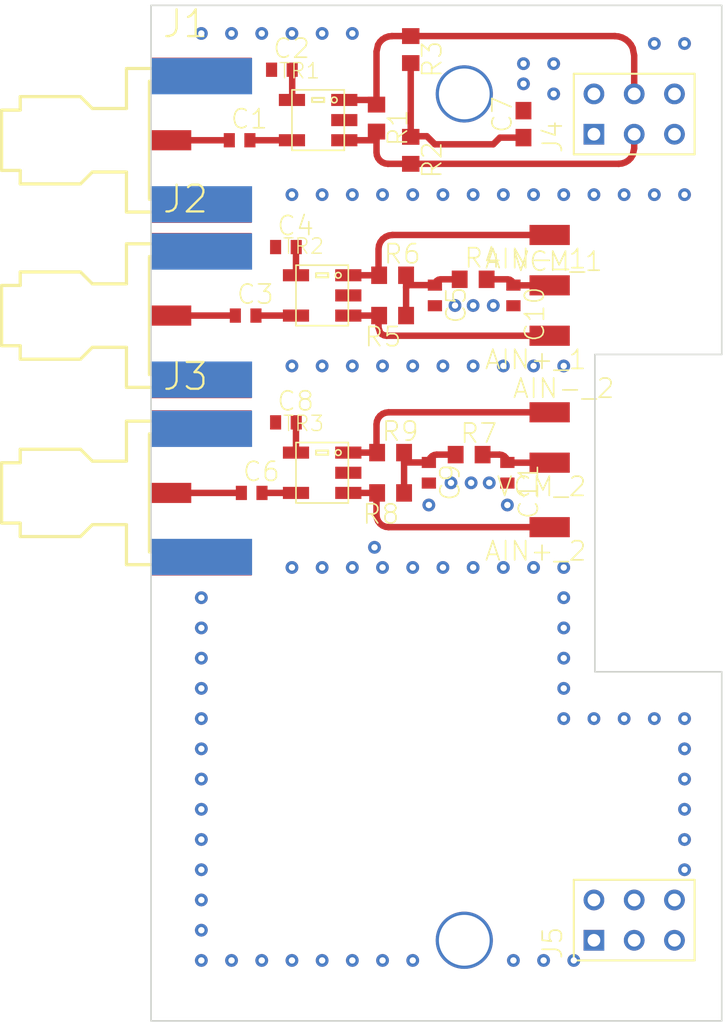
<source format=kicad_pcb>
(kicad_pcb (version 20171130) (host pcbnew 5.1.9+dfsg1-1)

  (general
    (thickness 1.6)
    (drawings 8)
    (tracks 242)
    (zones 0)
    (modules 34)
    (nets 28)
  )

  (page A4)
  (layers
    (0 Top signal)
    (31 Bottom signal)
    (32 B.Adhes user)
    (33 F.Adhes user)
    (34 B.Paste user)
    (35 F.Paste user)
    (36 B.SilkS user)
    (37 F.SilkS user)
    (38 B.Mask user)
    (39 F.Mask user)
    (40 Dwgs.User user)
    (41 Cmts.User user)
    (42 Eco1.User user)
    (43 Eco2.User user)
    (44 Edge.Cuts user)
    (45 Margin user)
    (46 B.CrtYd user)
    (47 F.CrtYd user)
    (48 B.Fab user)
    (49 F.Fab user)
  )

  (setup
    (last_trace_width 0.25)
    (trace_clearance 0.2)
    (zone_clearance 0.508)
    (zone_45_only no)
    (trace_min 0.2)
    (via_size 0.8)
    (via_drill 0.4)
    (via_min_size 0.4)
    (via_min_drill 0.3)
    (uvia_size 0.3)
    (uvia_drill 0.1)
    (uvias_allowed no)
    (uvia_min_size 0.2)
    (uvia_min_drill 0.1)
    (edge_width 0.05)
    (segment_width 0.2)
    (pcb_text_width 0.3)
    (pcb_text_size 1.5 1.5)
    (mod_edge_width 0.12)
    (mod_text_size 1 1)
    (mod_text_width 0.15)
    (pad_size 1.524 1.524)
    (pad_drill 0.762)
    (pad_to_mask_clearance 0)
    (aux_axis_origin 0 0)
    (visible_elements FFFFFF7F)
    (pcbplotparams
      (layerselection 0x010fc_ffffffff)
      (usegerberextensions false)
      (usegerberattributes true)
      (usegerberadvancedattributes true)
      (creategerberjobfile true)
      (excludeedgelayer true)
      (linewidth 0.100000)
      (plotframeref false)
      (viasonmask false)
      (mode 1)
      (useauxorigin false)
      (hpglpennumber 1)
      (hpglpenspeed 20)
      (hpglpendiameter 15.000000)
      (psnegative false)
      (psa4output false)
      (plotreference true)
      (plotvalue true)
      (plotinvisibletext false)
      (padsonsilk false)
      (subtractmaskfromsilk false)
      (outputformat 1)
      (mirror false)
      (drillshape 1)
      (scaleselection 1)
      (outputdirectory ""))
  )

  (net 0 "")
  (net 1 GND)
  (net 2 "Net-(C1-Pad2)")
  (net 3 "Net-(C1-Pad1)")
  (net 4 "Net-(C2-Pad2)")
  (net 5 "Net-(J4-PadP$3)")
  (net 6 "Net-(J4-PadP$4)")
  (net 7 "Net-(C7-Pad1)")
  (net 8 "Net-(C3-Pad2)")
  (net 9 "Net-(C3-Pad1)")
  (net 10 "Net-(C4-Pad2)")
  (net 11 "Net-(C10-Pad1)")
  (net 12 "Net-(C5-Pad1)")
  (net 13 "Net-(AIN+_1-Pad1)")
  (net 14 "Net-(AIN-_1-Pad1)")
  (net 15 "Net-(C6-Pad2)")
  (net 16 "Net-(C6-Pad1)")
  (net 17 "Net-(C8-Pad2)")
  (net 18 "Net-(C11-Pad1)")
  (net 19 "Net-(C9-Pad1)")
  (net 20 "Net-(AIN+_2-Pad1)")
  (net 21 "Net-(AIN-_2-Pad1)")
  (net 22 "Net-(J4-PadP$6)")
  (net 23 "Net-(J4-PadP$5)")
  (net 24 "Net-(J5-PadP$6)")
  (net 25 "Net-(J5-PadP$5)")
  (net 26 "Net-(J5-PadP$4)")
  (net 27 "Net-(J5-PadP$3)")

  (net_class Default "This is the default net class."
    (clearance 0.2)
    (trace_width 0.25)
    (via_dia 0.8)
    (via_drill 0.4)
    (uvia_dia 0.3)
    (uvia_drill 0.1)
    (add_net GND)
    (add_net "Net-(AIN+_1-Pad1)")
    (add_net "Net-(AIN+_2-Pad1)")
    (add_net "Net-(AIN-_1-Pad1)")
    (add_net "Net-(AIN-_2-Pad1)")
    (add_net "Net-(C1-Pad1)")
    (add_net "Net-(C1-Pad2)")
    (add_net "Net-(C10-Pad1)")
    (add_net "Net-(C11-Pad1)")
    (add_net "Net-(C2-Pad2)")
    (add_net "Net-(C3-Pad1)")
    (add_net "Net-(C3-Pad2)")
    (add_net "Net-(C4-Pad2)")
    (add_net "Net-(C5-Pad1)")
    (add_net "Net-(C6-Pad1)")
    (add_net "Net-(C6-Pad2)")
    (add_net "Net-(C7-Pad1)")
    (add_net "Net-(C8-Pad2)")
    (add_net "Net-(C9-Pad1)")
    (add_net "Net-(J4-PadP$3)")
    (add_net "Net-(J4-PadP$4)")
    (add_net "Net-(J4-PadP$5)")
    (add_net "Net-(J4-PadP$6)")
    (add_net "Net-(J5-PadP$3)")
    (add_net "Net-(J5-PadP$4)")
    (add_net "Net-(J5-PadP$5)")
    (add_net "Net-(J5-PadP$6)")
  )

  (module extension_clk_adc:C0402 (layer Top) (tedit 0) (tstamp 6061CC53)
    (at 136.0891 81.5046)
    (descr <b>CAPACITOR</b>)
    (path /3E9ECBAC)
    (fp_text reference C1 (at -0.635 -0.635) (layer F.SilkS)
      (effects (font (size 1.2065 1.2065) (thickness 0.1016)) (justify left bottom))
    )
    (fp_text value 100nF (at -0.635 1.905) (layer F.Fab)
      (effects (font (size 1.2065 1.2065) (thickness 0.1016)) (justify left bottom))
    )
    (fp_poly (pts (xy -0.1999 0.3) (xy 0.1999 0.3) (xy 0.1999 -0.3) (xy -0.1999 -0.3)) (layer F.Adhes) (width 0))
    (fp_poly (pts (xy 0.2588 0.3048) (xy 0.5588 0.3048) (xy 0.5588 -0.2951) (xy 0.2588 -0.2951)) (layer F.Fab) (width 0))
    (fp_poly (pts (xy -0.554 0.3048) (xy -0.254 0.3048) (xy -0.254 -0.2951) (xy -0.554 -0.2951)) (layer F.Fab) (width 0))
    (fp_line (start -1.473 0.483) (end -1.473 -0.483) (layer Dwgs.User) (width 0.0508))
    (fp_line (start 1.473 0.483) (end -1.473 0.483) (layer Dwgs.User) (width 0.0508))
    (fp_line (start 1.473 -0.483) (end 1.473 0.483) (layer Dwgs.User) (width 0.0508))
    (fp_line (start -1.473 -0.483) (end 1.473 -0.483) (layer Dwgs.User) (width 0.0508))
    (fp_line (start 0.245 0.224) (end -0.245 0.224) (layer F.Fab) (width 0.1524))
    (fp_line (start -0.245 -0.224) (end 0.245 -0.224) (layer F.Fab) (width 0.1524))
    (pad 2 smd rect (at 0.65 0) (size 0.7 0.9) (layers Top F.Paste F.Mask)
      (net 2 "Net-(C1-Pad2)") (solder_mask_margin 0.1016))
    (pad 1 smd rect (at -0.65 0) (size 0.7 0.9) (layers Top F.Paste F.Mask)
      (net 3 "Net-(C1-Pad1)") (solder_mask_margin 0.1016))
  )

  (module extension_clk_adc:C0402 (layer Top) (tedit 0) (tstamp 6061CC61)
    (at 153.3611 91.2836 270)
    (descr <b>CAPACITOR</b>)
    (path /A08A9EE1)
    (fp_text reference C10 (at -0.635 -0.635 270) (layer F.SilkS)
      (effects (font (size 1.2065 1.2065) (thickness 0.1016)) (justify right top))
    )
    (fp_text value 100nF (at -0.635 1.905 270) (layer F.Fab)
      (effects (font (size 1.2065 1.2065) (thickness 0.1016)) (justify right top))
    )
    (fp_poly (pts (xy -0.1999 0.3) (xy 0.1999 0.3) (xy 0.1999 -0.3) (xy -0.1999 -0.3)) (layer F.Adhes) (width 0))
    (fp_poly (pts (xy 0.2588 0.3048) (xy 0.5588 0.3048) (xy 0.5588 -0.2951) (xy 0.2588 -0.2951)) (layer F.Fab) (width 0))
    (fp_poly (pts (xy -0.554 0.3048) (xy -0.254 0.3048) (xy -0.254 -0.2951) (xy -0.554 -0.2951)) (layer F.Fab) (width 0))
    (fp_line (start -1.473 0.483) (end -1.473 -0.483) (layer Dwgs.User) (width 0.0508))
    (fp_line (start 1.473 0.483) (end -1.473 0.483) (layer Dwgs.User) (width 0.0508))
    (fp_line (start 1.473 -0.483) (end 1.473 0.483) (layer Dwgs.User) (width 0.0508))
    (fp_line (start -1.473 -0.483) (end 1.473 -0.483) (layer Dwgs.User) (width 0.0508))
    (fp_line (start 0.245 0.224) (end -0.245 0.224) (layer F.Fab) (width 0.1524))
    (fp_line (start -0.245 -0.224) (end 0.245 -0.224) (layer F.Fab) (width 0.1524))
    (pad 2 smd rect (at 0.65 0 270) (size 0.7 0.9) (layers Top F.Paste F.Mask)
      (net 1 GND) (solder_mask_margin 0.1016))
    (pad 1 smd rect (at -0.65 0 270) (size 0.7 0.9) (layers Top F.Paste F.Mask)
      (net 11 "Net-(C10-Pad1)") (solder_mask_margin 0.1016))
  )

  (module extension_clk_adc:C0402 (layer Top) (tedit 0) (tstamp 6061CC6F)
    (at 152.9801 102.4596 270)
    (descr <b>CAPACITOR</b>)
    (path /46744172)
    (fp_text reference C11 (at -0.635 -0.635 270) (layer F.SilkS)
      (effects (font (size 1.2065 1.2065) (thickness 0.1016)) (justify right top))
    )
    (fp_text value 100nF (at -0.635 1.905 270) (layer F.Fab)
      (effects (font (size 1.2065 1.2065) (thickness 0.1016)) (justify right top))
    )
    (fp_poly (pts (xy -0.1999 0.3) (xy 0.1999 0.3) (xy 0.1999 -0.3) (xy -0.1999 -0.3)) (layer F.Adhes) (width 0))
    (fp_poly (pts (xy 0.2588 0.3048) (xy 0.5588 0.3048) (xy 0.5588 -0.2951) (xy 0.2588 -0.2951)) (layer F.Fab) (width 0))
    (fp_poly (pts (xy -0.554 0.3048) (xy -0.254 0.3048) (xy -0.254 -0.2951) (xy -0.554 -0.2951)) (layer F.Fab) (width 0))
    (fp_line (start -1.473 0.483) (end -1.473 -0.483) (layer Dwgs.User) (width 0.0508))
    (fp_line (start 1.473 0.483) (end -1.473 0.483) (layer Dwgs.User) (width 0.0508))
    (fp_line (start 1.473 -0.483) (end 1.473 0.483) (layer Dwgs.User) (width 0.0508))
    (fp_line (start -1.473 -0.483) (end 1.473 -0.483) (layer Dwgs.User) (width 0.0508))
    (fp_line (start 0.245 0.224) (end -0.245 0.224) (layer F.Fab) (width 0.1524))
    (fp_line (start -0.245 -0.224) (end 0.245 -0.224) (layer F.Fab) (width 0.1524))
    (pad 2 smd rect (at 0.65 0 270) (size 0.7 0.9) (layers Top F.Paste F.Mask)
      (net 1 GND) (solder_mask_margin 0.1016))
    (pad 1 smd rect (at -0.65 0 270) (size 0.7 0.9) (layers Top F.Paste F.Mask)
      (net 18 "Net-(C11-Pad1)") (solder_mask_margin 0.1016))
  )

  (module extension_clk_adc:C0402 (layer Top) (tedit 0) (tstamp 6061CC7D)
    (at 138.7561 77.0596)
    (descr <b>CAPACITOR</b>)
    (path /761BF58F)
    (fp_text reference C2 (at -0.635 -0.635) (layer F.SilkS)
      (effects (font (size 1.2065 1.2065) (thickness 0.1016)) (justify left bottom))
    )
    (fp_text value 100nF (at -0.635 1.905) (layer F.Fab)
      (effects (font (size 1.2065 1.2065) (thickness 0.1016)) (justify left bottom))
    )
    (fp_poly (pts (xy -0.1999 0.3) (xy 0.1999 0.3) (xy 0.1999 -0.3) (xy -0.1999 -0.3)) (layer F.Adhes) (width 0))
    (fp_poly (pts (xy 0.2588 0.3048) (xy 0.5588 0.3048) (xy 0.5588 -0.2951) (xy 0.2588 -0.2951)) (layer F.Fab) (width 0))
    (fp_poly (pts (xy -0.554 0.3048) (xy -0.254 0.3048) (xy -0.254 -0.2951) (xy -0.554 -0.2951)) (layer F.Fab) (width 0))
    (fp_line (start -1.473 0.483) (end -1.473 -0.483) (layer Dwgs.User) (width 0.0508))
    (fp_line (start 1.473 0.483) (end -1.473 0.483) (layer Dwgs.User) (width 0.0508))
    (fp_line (start 1.473 -0.483) (end 1.473 0.483) (layer Dwgs.User) (width 0.0508))
    (fp_line (start -1.473 -0.483) (end 1.473 -0.483) (layer Dwgs.User) (width 0.0508))
    (fp_line (start 0.245 0.224) (end -0.245 0.224) (layer F.Fab) (width 0.1524))
    (fp_line (start -0.245 -0.224) (end 0.245 -0.224) (layer F.Fab) (width 0.1524))
    (pad 2 smd rect (at 0.65 0) (size 0.7 0.9) (layers Top F.Paste F.Mask)
      (net 4 "Net-(C2-Pad2)") (solder_mask_margin 0.1016))
    (pad 1 smd rect (at -0.65 0) (size 0.7 0.9) (layers Top F.Paste F.Mask)
      (net 1 GND) (solder_mask_margin 0.1016))
  )

  (module extension_clk_adc:C0402 (layer Top) (tedit 0) (tstamp 6061CC8B)
    (at 136.4701 92.5536)
    (descr <b>CAPACITOR</b>)
    (path /15F46D77)
    (fp_text reference C3 (at -0.635 -0.635) (layer F.SilkS)
      (effects (font (size 1.2065 1.2065) (thickness 0.1016)) (justify left bottom))
    )
    (fp_text value 100nF (at -0.635 1.905) (layer F.Fab)
      (effects (font (size 1.2065 1.2065) (thickness 0.1016)) (justify left bottom))
    )
    (fp_poly (pts (xy -0.1999 0.3) (xy 0.1999 0.3) (xy 0.1999 -0.3) (xy -0.1999 -0.3)) (layer F.Adhes) (width 0))
    (fp_poly (pts (xy 0.2588 0.3048) (xy 0.5588 0.3048) (xy 0.5588 -0.2951) (xy 0.2588 -0.2951)) (layer F.Fab) (width 0))
    (fp_poly (pts (xy -0.554 0.3048) (xy -0.254 0.3048) (xy -0.254 -0.2951) (xy -0.554 -0.2951)) (layer F.Fab) (width 0))
    (fp_line (start -1.473 0.483) (end -1.473 -0.483) (layer Dwgs.User) (width 0.0508))
    (fp_line (start 1.473 0.483) (end -1.473 0.483) (layer Dwgs.User) (width 0.0508))
    (fp_line (start 1.473 -0.483) (end 1.473 0.483) (layer Dwgs.User) (width 0.0508))
    (fp_line (start -1.473 -0.483) (end 1.473 -0.483) (layer Dwgs.User) (width 0.0508))
    (fp_line (start 0.245 0.224) (end -0.245 0.224) (layer F.Fab) (width 0.1524))
    (fp_line (start -0.245 -0.224) (end 0.245 -0.224) (layer F.Fab) (width 0.1524))
    (pad 2 smd rect (at 0.65 0) (size 0.7 0.9) (layers Top F.Paste F.Mask)
      (net 8 "Net-(C3-Pad2)") (solder_mask_margin 0.1016))
    (pad 1 smd rect (at -0.65 0) (size 0.7 0.9) (layers Top F.Paste F.Mask)
      (net 9 "Net-(C3-Pad1)") (solder_mask_margin 0.1016))
  )

  (module extension_clk_adc:C0402 (layer Top) (tedit 0) (tstamp 6061CC99)
    (at 139.0101 88.2356)
    (descr <b>CAPACITOR</b>)
    (path /375CDECD)
    (fp_text reference C4 (at -0.635 -0.635) (layer F.SilkS)
      (effects (font (size 1.2065 1.2065) (thickness 0.1016)) (justify left bottom))
    )
    (fp_text value 100nF (at -0.635 1.905) (layer F.Fab)
      (effects (font (size 1.2065 1.2065) (thickness 0.1016)) (justify left bottom))
    )
    (fp_poly (pts (xy -0.1999 0.3) (xy 0.1999 0.3) (xy 0.1999 -0.3) (xy -0.1999 -0.3)) (layer F.Adhes) (width 0))
    (fp_poly (pts (xy 0.2588 0.3048) (xy 0.5588 0.3048) (xy 0.5588 -0.2951) (xy 0.2588 -0.2951)) (layer F.Fab) (width 0))
    (fp_poly (pts (xy -0.554 0.3048) (xy -0.254 0.3048) (xy -0.254 -0.2951) (xy -0.554 -0.2951)) (layer F.Fab) (width 0))
    (fp_line (start -1.473 0.483) (end -1.473 -0.483) (layer Dwgs.User) (width 0.0508))
    (fp_line (start 1.473 0.483) (end -1.473 0.483) (layer Dwgs.User) (width 0.0508))
    (fp_line (start 1.473 -0.483) (end 1.473 0.483) (layer Dwgs.User) (width 0.0508))
    (fp_line (start -1.473 -0.483) (end 1.473 -0.483) (layer Dwgs.User) (width 0.0508))
    (fp_line (start 0.245 0.224) (end -0.245 0.224) (layer F.Fab) (width 0.1524))
    (fp_line (start -0.245 -0.224) (end 0.245 -0.224) (layer F.Fab) (width 0.1524))
    (pad 2 smd rect (at 0.65 0) (size 0.7 0.9) (layers Top F.Paste F.Mask)
      (net 10 "Net-(C4-Pad2)") (solder_mask_margin 0.1016))
    (pad 1 smd rect (at -0.65 0) (size 0.7 0.9) (layers Top F.Paste F.Mask)
      (net 1 GND) (solder_mask_margin 0.1016))
  )

  (module extension_clk_adc:C0402 (layer Top) (tedit 0) (tstamp 6061CCA7)
    (at 148.4081 91.2836 270)
    (descr <b>CAPACITOR</b>)
    (path /E602F468)
    (fp_text reference C5 (at -0.635 -0.635 270) (layer F.SilkS)
      (effects (font (size 1.2065 1.2065) (thickness 0.1016)) (justify right top))
    )
    (fp_text value 100nF (at -0.635 1.905 270) (layer F.Fab)
      (effects (font (size 1.2065 1.2065) (thickness 0.1016)) (justify right top))
    )
    (fp_poly (pts (xy -0.1999 0.3) (xy 0.1999 0.3) (xy 0.1999 -0.3) (xy -0.1999 -0.3)) (layer F.Adhes) (width 0))
    (fp_poly (pts (xy 0.2588 0.3048) (xy 0.5588 0.3048) (xy 0.5588 -0.2951) (xy 0.2588 -0.2951)) (layer F.Fab) (width 0))
    (fp_poly (pts (xy -0.554 0.3048) (xy -0.254 0.3048) (xy -0.254 -0.2951) (xy -0.554 -0.2951)) (layer F.Fab) (width 0))
    (fp_line (start -1.473 0.483) (end -1.473 -0.483) (layer Dwgs.User) (width 0.0508))
    (fp_line (start 1.473 0.483) (end -1.473 0.483) (layer Dwgs.User) (width 0.0508))
    (fp_line (start 1.473 -0.483) (end 1.473 0.483) (layer Dwgs.User) (width 0.0508))
    (fp_line (start -1.473 -0.483) (end 1.473 -0.483) (layer Dwgs.User) (width 0.0508))
    (fp_line (start 0.245 0.224) (end -0.245 0.224) (layer F.Fab) (width 0.1524))
    (fp_line (start -0.245 -0.224) (end 0.245 -0.224) (layer F.Fab) (width 0.1524))
    (pad 2 smd rect (at 0.65 0 270) (size 0.7 0.9) (layers Top F.Paste F.Mask)
      (net 1 GND) (solder_mask_margin 0.1016))
    (pad 1 smd rect (at -0.65 0 270) (size 0.7 0.9) (layers Top F.Paste F.Mask)
      (net 12 "Net-(C5-Pad1)") (solder_mask_margin 0.1016))
  )

  (module extension_clk_adc:C0402 (layer Top) (tedit 0) (tstamp 6061CCB5)
    (at 136.8511 103.7296)
    (descr <b>CAPACITOR</b>)
    (path /E176B0C6)
    (fp_text reference C6 (at -0.635 -0.635) (layer F.SilkS)
      (effects (font (size 1.2065 1.2065) (thickness 0.1016)) (justify left bottom))
    )
    (fp_text value 100nF (at -0.635 1.905) (layer F.Fab)
      (effects (font (size 1.2065 1.2065) (thickness 0.1016)) (justify left bottom))
    )
    (fp_poly (pts (xy -0.1999 0.3) (xy 0.1999 0.3) (xy 0.1999 -0.3) (xy -0.1999 -0.3)) (layer F.Adhes) (width 0))
    (fp_poly (pts (xy 0.2588 0.3048) (xy 0.5588 0.3048) (xy 0.5588 -0.2951) (xy 0.2588 -0.2951)) (layer F.Fab) (width 0))
    (fp_poly (pts (xy -0.554 0.3048) (xy -0.254 0.3048) (xy -0.254 -0.2951) (xy -0.554 -0.2951)) (layer F.Fab) (width 0))
    (fp_line (start -1.473 0.483) (end -1.473 -0.483) (layer Dwgs.User) (width 0.0508))
    (fp_line (start 1.473 0.483) (end -1.473 0.483) (layer Dwgs.User) (width 0.0508))
    (fp_line (start 1.473 -0.483) (end 1.473 0.483) (layer Dwgs.User) (width 0.0508))
    (fp_line (start -1.473 -0.483) (end 1.473 -0.483) (layer Dwgs.User) (width 0.0508))
    (fp_line (start 0.245 0.224) (end -0.245 0.224) (layer F.Fab) (width 0.1524))
    (fp_line (start -0.245 -0.224) (end 0.245 -0.224) (layer F.Fab) (width 0.1524))
    (pad 2 smd rect (at 0.65 0) (size 0.7 0.9) (layers Top F.Paste F.Mask)
      (net 15 "Net-(C6-Pad2)") (solder_mask_margin 0.1016))
    (pad 1 smd rect (at -0.65 0) (size 0.7 0.9) (layers Top F.Paste F.Mask)
      (net 16 "Net-(C6-Pad1)") (solder_mask_margin 0.1016))
  )

  (module extension_clk_adc:C0603 (layer Top) (tedit 0) (tstamp 6061CCC3)
    (at 153.9961 80.4886 90)
    (descr <b>CAPACITOR</b>)
    (path /A6F2A611)
    (fp_text reference C7 (at -0.635 -0.635 90) (layer F.SilkS)
      (effects (font (size 1.2065 1.2065) (thickness 0.1016)) (justify left bottom))
    )
    (fp_text value 100nF (at -0.635 1.905 90) (layer F.Fab)
      (effects (font (size 1.2065 1.2065) (thickness 0.1016)) (justify left bottom))
    )
    (fp_poly (pts (xy -0.1999 0.3) (xy 0.1999 0.3) (xy 0.1999 -0.3) (xy -0.1999 -0.3)) (layer F.Adhes) (width 0))
    (fp_poly (pts (xy 0.3302 0.4699) (xy 0.8303 0.4699) (xy 0.8303 -0.4801) (xy 0.3302 -0.4801)) (layer F.Fab) (width 0))
    (fp_poly (pts (xy -0.8382 0.4699) (xy -0.3381 0.4699) (xy -0.3381 -0.4801) (xy -0.8382 -0.4801)) (layer F.Fab) (width 0))
    (fp_line (start -0.356 0.419) (end 0.356 0.419) (layer F.Fab) (width 0.1016))
    (fp_line (start -0.356 -0.432) (end 0.356 -0.432) (layer F.Fab) (width 0.1016))
    (fp_line (start -1.473 0.983) (end -1.473 -0.983) (layer Dwgs.User) (width 0.0508))
    (fp_line (start 1.473 0.983) (end -1.473 0.983) (layer Dwgs.User) (width 0.0508))
    (fp_line (start 1.473 -0.983) (end 1.473 0.983) (layer Dwgs.User) (width 0.0508))
    (fp_line (start -1.473 -0.983) (end 1.473 -0.983) (layer Dwgs.User) (width 0.0508))
    (pad 2 smd rect (at 0.85 0 90) (size 1.1 1) (layers Top F.Paste F.Mask)
      (net 1 GND) (solder_mask_margin 0.1016))
    (pad 1 smd rect (at -0.85 0 90) (size 1.1 1) (layers Top F.Paste F.Mask)
      (net 7 "Net-(C7-Pad1)") (solder_mask_margin 0.1016))
  )

  (module extension_clk_adc:C0402 (layer Top) (tedit 0) (tstamp 6061CCD1)
    (at 139.0101 99.2846)
    (descr <b>CAPACITOR</b>)
    (path /7D0E483A)
    (fp_text reference C8 (at -0.635 -0.635) (layer F.SilkS)
      (effects (font (size 1.2065 1.2065) (thickness 0.1016)) (justify left bottom))
    )
    (fp_text value 100nF (at -0.635 1.905) (layer F.Fab)
      (effects (font (size 1.2065 1.2065) (thickness 0.1016)) (justify left bottom))
    )
    (fp_poly (pts (xy -0.1999 0.3) (xy 0.1999 0.3) (xy 0.1999 -0.3) (xy -0.1999 -0.3)) (layer F.Adhes) (width 0))
    (fp_poly (pts (xy 0.2588 0.3048) (xy 0.5588 0.3048) (xy 0.5588 -0.2951) (xy 0.2588 -0.2951)) (layer F.Fab) (width 0))
    (fp_poly (pts (xy -0.554 0.3048) (xy -0.254 0.3048) (xy -0.254 -0.2951) (xy -0.554 -0.2951)) (layer F.Fab) (width 0))
    (fp_line (start -1.473 0.483) (end -1.473 -0.483) (layer Dwgs.User) (width 0.0508))
    (fp_line (start 1.473 0.483) (end -1.473 0.483) (layer Dwgs.User) (width 0.0508))
    (fp_line (start 1.473 -0.483) (end 1.473 0.483) (layer Dwgs.User) (width 0.0508))
    (fp_line (start -1.473 -0.483) (end 1.473 -0.483) (layer Dwgs.User) (width 0.0508))
    (fp_line (start 0.245 0.224) (end -0.245 0.224) (layer F.Fab) (width 0.1524))
    (fp_line (start -0.245 -0.224) (end 0.245 -0.224) (layer F.Fab) (width 0.1524))
    (pad 2 smd rect (at 0.65 0) (size 0.7 0.9) (layers Top F.Paste F.Mask)
      (net 17 "Net-(C8-Pad2)") (solder_mask_margin 0.1016))
    (pad 1 smd rect (at -0.65 0) (size 0.7 0.9) (layers Top F.Paste F.Mask)
      (net 1 GND) (solder_mask_margin 0.1016))
  )

  (module extension_clk_adc:C0402 (layer Top) (tedit 0) (tstamp 6061CCDF)
    (at 148.0271 102.4596 270)
    (descr <b>CAPACITOR</b>)
    (path /38F91BEE)
    (fp_text reference C9 (at -0.635 -0.635 270) (layer F.SilkS)
      (effects (font (size 1.2065 1.2065) (thickness 0.1016)) (justify right top))
    )
    (fp_text value 100nF (at -0.635 1.905 270) (layer F.Fab)
      (effects (font (size 1.2065 1.2065) (thickness 0.1016)) (justify right top))
    )
    (fp_poly (pts (xy -0.1999 0.3) (xy 0.1999 0.3) (xy 0.1999 -0.3) (xy -0.1999 -0.3)) (layer F.Adhes) (width 0))
    (fp_poly (pts (xy 0.2588 0.3048) (xy 0.5588 0.3048) (xy 0.5588 -0.2951) (xy 0.2588 -0.2951)) (layer F.Fab) (width 0))
    (fp_poly (pts (xy -0.554 0.3048) (xy -0.254 0.3048) (xy -0.254 -0.2951) (xy -0.554 -0.2951)) (layer F.Fab) (width 0))
    (fp_line (start -1.473 0.483) (end -1.473 -0.483) (layer Dwgs.User) (width 0.0508))
    (fp_line (start 1.473 0.483) (end -1.473 0.483) (layer Dwgs.User) (width 0.0508))
    (fp_line (start 1.473 -0.483) (end 1.473 0.483) (layer Dwgs.User) (width 0.0508))
    (fp_line (start -1.473 -0.483) (end 1.473 -0.483) (layer Dwgs.User) (width 0.0508))
    (fp_line (start 0.245 0.224) (end -0.245 0.224) (layer F.Fab) (width 0.1524))
    (fp_line (start -0.245 -0.224) (end 0.245 -0.224) (layer F.Fab) (width 0.1524))
    (pad 2 smd rect (at 0.65 0 270) (size 0.7 0.9) (layers Top F.Paste F.Mask)
      (net 1 GND) (solder_mask_margin 0.1016))
    (pad 1 smd rect (at -0.65 0 270) (size 0.7 0.9) (layers Top F.Paste F.Mask)
      (net 19 "Net-(C9-Pad1)") (solder_mask_margin 0.1016))
  )

  (module extension_clk_adc:SMA_BORD (layer Top) (tedit 0) (tstamp 6061CCED)
    (at 130.5011 81.5046)
    (path /2CE6A523)
    (fp_text reference J1 (at 0.635 -6.35) (layer F.SilkS)
      (effects (font (size 1.6891 1.6891) (thickness 0.14224)) (justify left bottom))
    )
    (fp_text value SMA_BORD (at 1.27 8.89) (layer F.Fab)
      (effects (font (size 1.6891 1.6891) (thickness 0.14224)) (justify left bottom))
    )
    (fp_poly (pts (xy -0.025 0.5) (xy 4.05 0.5) (xy 4.05 -0.5) (xy -0.025 -0.5)) (layer F.Fab) (width 0))
    (fp_line (start 4.65 -3.85) (end 4.65 -4.65) (layer F.Fab) (width 0.2032))
    (fp_line (start -0.1 -3.85) (end 4.65 -3.85) (layer F.Fab) (width 0.2032))
    (fp_line (start 4.65 3.85) (end -0.1 3.85) (layer F.Fab) (width 0.2032))
    (fp_line (start 4.65 4.65) (end 4.65 3.85) (layer F.Fab) (width 0.2032))
    (fp_line (start 4.65 4.65) (end -1.55 4.65) (layer F.Fab) (width 0.2032))
    (fp_line (start -1.55 -4.65) (end 4.65 -4.65) (layer F.Fab) (width 0.2032))
    (fp_line (start -0.1 4.523) (end -1.55 4.523) (layer F.SilkS) (width 0.2032))
    (fp_line (start -1.55 -4.523) (end -0.1 -4.523) (layer F.SilkS) (width 0.2032))
    (fp_line (start -0.1 3.723) (end -0.1 -3.723) (layer F.SilkS) (width 0.2032))
    (fp_line (start -1.55 -2) (end -1.55 -4.523) (layer F.SilkS) (width 0.2032))
    (fp_line (start -3.7 -2) (end -1.55 -2) (layer F.SilkS) (width 0.2032))
    (fp_line (start -4.45 -2.75) (end -3.7 -2) (layer F.SilkS) (width 0.2032))
    (fp_line (start -8.25 -2.75) (end -4.45 -2.75) (layer F.SilkS) (width 0.2032))
    (fp_line (start -8.25 -1.9) (end -8.25 -2.75) (layer F.SilkS) (width 0.2032))
    (fp_line (start -9.425 -1.9) (end -8.25 -1.9) (layer F.SilkS) (width 0.2032))
    (fp_line (start -9.425 1.9) (end -9.425 -1.9) (layer F.SilkS) (width 0.2032))
    (fp_line (start -8.25 1.9) (end -9.425 1.9) (layer F.SilkS) (width 0.2032))
    (fp_line (start -8.25 2.75) (end -8.25 1.9) (layer F.SilkS) (width 0.2032))
    (fp_line (start -4.45 2.75) (end -8.25 2.75) (layer F.SilkS) (width 0.2032))
    (fp_line (start -3.7 2) (end -4.45 2.75) (layer F.SilkS) (width 0.2032))
    (fp_line (start -1.55 2) (end -3.7 2) (layer F.SilkS) (width 0.2032))
    (fp_line (start -1.55 4.523) (end -1.55 2) (layer F.SilkS) (width 0.2032))
    (fp_line (start 0 -5.588) (end 0 5.588) (layer Edge.Cuts) (width 0.05))
    (pad G@3 smd rect (at 3.2004 -4.0386) (size 6.35 2.286) (layers Bottom B.Paste B.Mask)
      (net 1 GND) (solder_mask_margin 0.1016))
    (pad G@4 smd rect (at 3.2004 4.0386) (size 6.35 2.286) (layers Bottom B.Paste B.Mask)
      (net 1 GND) (solder_mask_margin 0.1016))
    (pad G@2 smd rect (at 3.175 4.064) (size 6.35 2.286) (layers Top F.Paste F.Mask)
      (net 1 GND) (solder_mask_margin 0.1016))
    (pad G@1 smd rect (at 3.175 -4.064) (size 6.35 2.286) (layers Top F.Paste F.Mask)
      (net 1 GND) (solder_mask_margin 0.1016))
    (pad 1 smd rect (at 1.27 0) (size 2.54 1.27) (layers Top F.Paste F.Mask)
      (net 3 "Net-(C1-Pad1)") (solder_mask_margin 0.1016))
  )

  (module extension_clk_adc:SMA_BORD (layer Top) (tedit 0) (tstamp 6061CD0D)
    (at 130.5011 92.5536)
    (path /F2D55355)
    (fp_text reference J2 (at 0.635 -6.35) (layer F.SilkS)
      (effects (font (size 1.6891 1.6891) (thickness 0.14224)) (justify left bottom))
    )
    (fp_text value SMA_BORD (at 1.27 8.89) (layer F.Fab)
      (effects (font (size 1.6891 1.6891) (thickness 0.14224)) (justify left bottom))
    )
    (fp_poly (pts (xy -0.025 0.5) (xy 4.05 0.5) (xy 4.05 -0.5) (xy -0.025 -0.5)) (layer F.Fab) (width 0))
    (fp_line (start 4.65 -3.85) (end 4.65 -4.65) (layer F.Fab) (width 0.2032))
    (fp_line (start -0.1 -3.85) (end 4.65 -3.85) (layer F.Fab) (width 0.2032))
    (fp_line (start 4.65 3.85) (end -0.1 3.85) (layer F.Fab) (width 0.2032))
    (fp_line (start 4.65 4.65) (end 4.65 3.85) (layer F.Fab) (width 0.2032))
    (fp_line (start 4.65 4.65) (end -1.55 4.65) (layer F.Fab) (width 0.2032))
    (fp_line (start -1.55 -4.65) (end 4.65 -4.65) (layer F.Fab) (width 0.2032))
    (fp_line (start -0.1 4.523) (end -1.55 4.523) (layer F.SilkS) (width 0.2032))
    (fp_line (start -1.55 -4.523) (end -0.1 -4.523) (layer F.SilkS) (width 0.2032))
    (fp_line (start -0.1 3.723) (end -0.1 -3.723) (layer F.SilkS) (width 0.2032))
    (fp_line (start -1.55 -2) (end -1.55 -4.523) (layer F.SilkS) (width 0.2032))
    (fp_line (start -3.7 -2) (end -1.55 -2) (layer F.SilkS) (width 0.2032))
    (fp_line (start -4.45 -2.75) (end -3.7 -2) (layer F.SilkS) (width 0.2032))
    (fp_line (start -8.25 -2.75) (end -4.45 -2.75) (layer F.SilkS) (width 0.2032))
    (fp_line (start -8.25 -1.9) (end -8.25 -2.75) (layer F.SilkS) (width 0.2032))
    (fp_line (start -9.425 -1.9) (end -8.25 -1.9) (layer F.SilkS) (width 0.2032))
    (fp_line (start -9.425 1.9) (end -9.425 -1.9) (layer F.SilkS) (width 0.2032))
    (fp_line (start -8.25 1.9) (end -9.425 1.9) (layer F.SilkS) (width 0.2032))
    (fp_line (start -8.25 2.75) (end -8.25 1.9) (layer F.SilkS) (width 0.2032))
    (fp_line (start -4.45 2.75) (end -8.25 2.75) (layer F.SilkS) (width 0.2032))
    (fp_line (start -3.7 2) (end -4.45 2.75) (layer F.SilkS) (width 0.2032))
    (fp_line (start -1.55 2) (end -3.7 2) (layer F.SilkS) (width 0.2032))
    (fp_line (start -1.55 4.523) (end -1.55 2) (layer F.SilkS) (width 0.2032))
    (fp_line (start 0 -5.588) (end 0 5.588) (layer Edge.Cuts) (width 0.05))
    (pad G@3 smd rect (at 3.2004 -4.0386) (size 6.35 2.286) (layers Bottom B.Paste B.Mask)
      (net 1 GND) (solder_mask_margin 0.1016))
    (pad G@4 smd rect (at 3.2004 4.0386) (size 6.35 2.286) (layers Bottom B.Paste B.Mask)
      (net 1 GND) (solder_mask_margin 0.1016))
    (pad G@2 smd rect (at 3.175 4.064) (size 6.35 2.286) (layers Top F.Paste F.Mask)
      (net 1 GND) (solder_mask_margin 0.1016))
    (pad G@1 smd rect (at 3.175 -4.064) (size 6.35 2.286) (layers Top F.Paste F.Mask)
      (net 1 GND) (solder_mask_margin 0.1016))
    (pad 1 smd rect (at 1.27 0) (size 2.54 1.27) (layers Top F.Paste F.Mask)
      (net 9 "Net-(C3-Pad1)") (solder_mask_margin 0.1016))
  )

  (module extension_clk_adc:SMA_BORD (layer Top) (tedit 0) (tstamp 6061CD2D)
    (at 130.5011 103.7296)
    (path /D6A0AFFD)
    (fp_text reference J3 (at 0.635 -6.35) (layer F.SilkS)
      (effects (font (size 1.6891 1.6891) (thickness 0.14224)) (justify left bottom))
    )
    (fp_text value SMA_BORD (at 1.27 8.89) (layer F.Fab)
      (effects (font (size 1.6891 1.6891) (thickness 0.14224)) (justify left bottom))
    )
    (fp_poly (pts (xy -0.025 0.5) (xy 4.05 0.5) (xy 4.05 -0.5) (xy -0.025 -0.5)) (layer F.Fab) (width 0))
    (fp_line (start 4.65 -3.85) (end 4.65 -4.65) (layer F.Fab) (width 0.2032))
    (fp_line (start -0.1 -3.85) (end 4.65 -3.85) (layer F.Fab) (width 0.2032))
    (fp_line (start 4.65 3.85) (end -0.1 3.85) (layer F.Fab) (width 0.2032))
    (fp_line (start 4.65 4.65) (end 4.65 3.85) (layer F.Fab) (width 0.2032))
    (fp_line (start 4.65 4.65) (end -1.55 4.65) (layer F.Fab) (width 0.2032))
    (fp_line (start -1.55 -4.65) (end 4.65 -4.65) (layer F.Fab) (width 0.2032))
    (fp_line (start -0.1 4.523) (end -1.55 4.523) (layer F.SilkS) (width 0.2032))
    (fp_line (start -1.55 -4.523) (end -0.1 -4.523) (layer F.SilkS) (width 0.2032))
    (fp_line (start -0.1 3.723) (end -0.1 -3.723) (layer F.SilkS) (width 0.2032))
    (fp_line (start -1.55 -2) (end -1.55 -4.523) (layer F.SilkS) (width 0.2032))
    (fp_line (start -3.7 -2) (end -1.55 -2) (layer F.SilkS) (width 0.2032))
    (fp_line (start -4.45 -2.75) (end -3.7 -2) (layer F.SilkS) (width 0.2032))
    (fp_line (start -8.25 -2.75) (end -4.45 -2.75) (layer F.SilkS) (width 0.2032))
    (fp_line (start -8.25 -1.9) (end -8.25 -2.75) (layer F.SilkS) (width 0.2032))
    (fp_line (start -9.425 -1.9) (end -8.25 -1.9) (layer F.SilkS) (width 0.2032))
    (fp_line (start -9.425 1.9) (end -9.425 -1.9) (layer F.SilkS) (width 0.2032))
    (fp_line (start -8.25 1.9) (end -9.425 1.9) (layer F.SilkS) (width 0.2032))
    (fp_line (start -8.25 2.75) (end -8.25 1.9) (layer F.SilkS) (width 0.2032))
    (fp_line (start -4.45 2.75) (end -8.25 2.75) (layer F.SilkS) (width 0.2032))
    (fp_line (start -3.7 2) (end -4.45 2.75) (layer F.SilkS) (width 0.2032))
    (fp_line (start -1.55 2) (end -3.7 2) (layer F.SilkS) (width 0.2032))
    (fp_line (start -1.55 4.523) (end -1.55 2) (layer F.SilkS) (width 0.2032))
    (fp_line (start 0 -5.588) (end 0 5.588) (layer Edge.Cuts) (width 0.05))
    (pad G@3 smd rect (at 3.2004 -4.0386) (size 6.35 2.286) (layers Bottom B.Paste B.Mask)
      (net 1 GND) (solder_mask_margin 0.1016))
    (pad G@4 smd rect (at 3.2004 4.0386) (size 6.35 2.286) (layers Bottom B.Paste B.Mask)
      (net 1 GND) (solder_mask_margin 0.1016))
    (pad G@2 smd rect (at 3.175 4.064) (size 6.35 2.286) (layers Top F.Paste F.Mask)
      (net 1 GND) (solder_mask_margin 0.1016))
    (pad G@1 smd rect (at 3.175 -4.064) (size 6.35 2.286) (layers Top F.Paste F.Mask)
      (net 1 GND) (solder_mask_margin 0.1016))
    (pad 1 smd rect (at 1.27 0) (size 2.54 1.27) (layers Top F.Paste F.Mask)
      (net 16 "Net-(C6-Pad1)") (solder_mask_margin 0.1016))
  )

  (module extension_clk_adc:DBL6 (layer Top) (tedit 0) (tstamp 6061CD4D)
    (at 160.9811 79.8536 90)
    (path /2A89DB3B)
    (fp_text reference J4 (at -2.54 -4.445 90) (layer F.SilkS)
      (effects (font (size 1.2065 1.2065) (thickness 0.1016)) (justify left bottom))
    )
    (fp_text value DBL_6 (at 0 0 90) (layer F.SilkS) hide
      (effects (font (size 1.27 1.27) (thickness 0.15)))
    )
    (fp_line (start -2.54 3.81) (end -2.54 -3.81) (layer F.SilkS) (width 0.127))
    (fp_line (start 2.54 3.81) (end -2.54 3.81) (layer F.SilkS) (width 0.127))
    (fp_line (start 2.54 -3.81) (end 2.54 3.81) (layer F.SilkS) (width 0.127))
    (fp_line (start -2.54 -3.81) (end 2.54 -3.81) (layer F.SilkS) (width 0.127))
    (pad P$6 thru_hole circle (at 1.27 2.54 90) (size 1.308 1.308) (drill 0.8) (layers *.Cu *.Mask)
      (net 22 "Net-(J4-PadP$6)") (solder_mask_margin 0.1016))
    (pad P$5 thru_hole circle (at -1.27 2.54 90) (size 1.308 1.308) (drill 0.8) (layers *.Cu *.Mask)
      (net 23 "Net-(J4-PadP$5)") (solder_mask_margin 0.1016))
    (pad P$4 thru_hole circle (at 1.27 0 90) (size 1.308 1.308) (drill 0.8) (layers *.Cu *.Mask)
      (net 6 "Net-(J4-PadP$4)") (solder_mask_margin 0.1016))
    (pad P$3 thru_hole circle (at -1.27 0 90) (size 1.308 1.308) (drill 0.8) (layers *.Cu *.Mask)
      (net 5 "Net-(J4-PadP$3)") (solder_mask_margin 0.1016))
    (pad P$2 thru_hole circle (at 1.27 -2.54 90) (size 1.308 1.308) (drill 0.8) (layers *.Cu *.Mask)
      (net 1 GND) (solder_mask_margin 0.1016))
    (pad P$1 thru_hole rect (at -1.27 -2.54 90) (size 1.308 1.308) (drill 0.8) (layers *.Cu *.Mask)
      (net 1 GND) (solder_mask_margin 0.1016))
  )

  (module extension_clk_adc:DBL6 (layer Top) (tedit 0) (tstamp 6061CD5A)
    (at 160.9811 130.6536 90)
    (path /0A445BA9)
    (fp_text reference J5 (at -2.54 -4.445 90) (layer F.SilkS)
      (effects (font (size 1.2065 1.2065) (thickness 0.1016)) (justify left bottom))
    )
    (fp_text value DBL_6 (at 0 0 90) (layer F.SilkS) hide
      (effects (font (size 1.27 1.27) (thickness 0.15)))
    )
    (fp_line (start -2.54 3.81) (end -2.54 -3.81) (layer F.SilkS) (width 0.127))
    (fp_line (start 2.54 3.81) (end -2.54 3.81) (layer F.SilkS) (width 0.127))
    (fp_line (start 2.54 -3.81) (end 2.54 3.81) (layer F.SilkS) (width 0.127))
    (fp_line (start -2.54 -3.81) (end 2.54 -3.81) (layer F.SilkS) (width 0.127))
    (pad P$6 thru_hole circle (at 1.27 2.54 90) (size 1.308 1.308) (drill 0.8) (layers *.Cu *.Mask)
      (net 24 "Net-(J5-PadP$6)") (solder_mask_margin 0.1016))
    (pad P$5 thru_hole circle (at -1.27 2.54 90) (size 1.308 1.308) (drill 0.8) (layers *.Cu *.Mask)
      (net 25 "Net-(J5-PadP$5)") (solder_mask_margin 0.1016))
    (pad P$4 thru_hole circle (at 1.27 0 90) (size 1.308 1.308) (drill 0.8) (layers *.Cu *.Mask)
      (net 26 "Net-(J5-PadP$4)") (solder_mask_margin 0.1016))
    (pad P$3 thru_hole circle (at -1.27 0 90) (size 1.308 1.308) (drill 0.8) (layers *.Cu *.Mask)
      (net 27 "Net-(J5-PadP$3)") (solder_mask_margin 0.1016))
    (pad P$2 thru_hole circle (at 1.27 -2.54 90) (size 1.308 1.308) (drill 0.8) (layers *.Cu *.Mask)
      (net 1 GND) (solder_mask_margin 0.1016))
    (pad P$1 thru_hole rect (at -1.27 -2.54 90) (size 1.308 1.308) (drill 0.8) (layers *.Cu *.Mask)
      (net 1 GND) (solder_mask_margin 0.1016))
  )

  (module extension_clk_adc:R0603 (layer Top) (tedit 0) (tstamp 6061CD67)
    (at 144.7251 80.1076 270)
    (descr <b>RESISTOR</b>)
    (path /83EEDB7B)
    (fp_text reference R1 (at -0.635 -0.635 270) (layer F.SilkS)
      (effects (font (size 1.2065 1.2065) (thickness 0.1016)) (justify right top))
    )
    (fp_text value 100 (at -0.635 1.905 270) (layer F.Fab)
      (effects (font (size 1.2065 1.2065) (thickness 0.1016)) (justify right top))
    )
    (fp_poly (pts (xy -0.1999 0.4001) (xy 0.1999 0.4001) (xy 0.1999 -0.4001) (xy -0.1999 -0.4001)) (layer F.Adhes) (width 0))
    (fp_poly (pts (xy -0.8382 0.4318) (xy -0.4318 0.4318) (xy -0.4318 -0.4318) (xy -0.8382 -0.4318)) (layer F.Fab) (width 0))
    (fp_poly (pts (xy 0.4318 0.4318) (xy 0.8382 0.4318) (xy 0.8382 -0.4318) (xy 0.4318 -0.4318)) (layer F.Fab) (width 0))
    (fp_line (start -1.473 0.983) (end -1.473 -0.983) (layer Dwgs.User) (width 0.0508))
    (fp_line (start 1.473 0.983) (end -1.473 0.983) (layer Dwgs.User) (width 0.0508))
    (fp_line (start 1.473 -0.983) (end 1.473 0.983) (layer Dwgs.User) (width 0.0508))
    (fp_line (start -1.473 -0.983) (end 1.473 -0.983) (layer Dwgs.User) (width 0.0508))
    (fp_line (start 0.432 -0.356) (end -0.432 -0.356) (layer F.Fab) (width 0.1524))
    (fp_line (start -0.432 0.356) (end 0.432 0.356) (layer F.Fab) (width 0.1524))
    (pad 2 smd rect (at 0.85 0 270) (size 1 1.1) (layers Top F.Paste F.Mask)
      (net 5 "Net-(J4-PadP$3)") (solder_mask_margin 0.1016))
    (pad 1 smd rect (at -0.85 0 270) (size 1 1.1) (layers Top F.Paste F.Mask)
      (net 6 "Net-(J4-PadP$4)") (solder_mask_margin 0.1016))
  )

  (module extension_clk_adc:R0603 (layer Top) (tedit 0) (tstamp 6061CD75)
    (at 146.8841 82.1396 270)
    (descr <b>RESISTOR</b>)
    (path /B765BB96)
    (fp_text reference R2 (at -0.635 -0.635 270) (layer F.SilkS)
      (effects (font (size 1.2065 1.2065) (thickness 0.1016)) (justify right top))
    )
    (fp_text value 50 (at -0.635 1.905 270) (layer F.Fab)
      (effects (font (size 1.2065 1.2065) (thickness 0.1016)) (justify right top))
    )
    (fp_poly (pts (xy -0.1999 0.4001) (xy 0.1999 0.4001) (xy 0.1999 -0.4001) (xy -0.1999 -0.4001)) (layer F.Adhes) (width 0))
    (fp_poly (pts (xy -0.8382 0.4318) (xy -0.4318 0.4318) (xy -0.4318 -0.4318) (xy -0.8382 -0.4318)) (layer F.Fab) (width 0))
    (fp_poly (pts (xy 0.4318 0.4318) (xy 0.8382 0.4318) (xy 0.8382 -0.4318) (xy 0.4318 -0.4318)) (layer F.Fab) (width 0))
    (fp_line (start -1.473 0.983) (end -1.473 -0.983) (layer Dwgs.User) (width 0.0508))
    (fp_line (start 1.473 0.983) (end -1.473 0.983) (layer Dwgs.User) (width 0.0508))
    (fp_line (start 1.473 -0.983) (end 1.473 0.983) (layer Dwgs.User) (width 0.0508))
    (fp_line (start -1.473 -0.983) (end 1.473 -0.983) (layer Dwgs.User) (width 0.0508))
    (fp_line (start 0.432 -0.356) (end -0.432 -0.356) (layer F.Fab) (width 0.1524))
    (fp_line (start -0.432 0.356) (end 0.432 0.356) (layer F.Fab) (width 0.1524))
    (pad 2 smd rect (at 0.85 0 270) (size 1 1.1) (layers Top F.Paste F.Mask)
      (net 5 "Net-(J4-PadP$3)") (solder_mask_margin 0.1016))
    (pad 1 smd rect (at -0.85 0 270) (size 1 1.1) (layers Top F.Paste F.Mask)
      (net 7 "Net-(C7-Pad1)") (solder_mask_margin 0.1016))
  )

  (module extension_clk_adc:R0603 (layer Top) (tedit 0) (tstamp 6061CD83)
    (at 146.8841 75.7896 270)
    (descr <b>RESISTOR</b>)
    (path /10DB7C5D)
    (fp_text reference R3 (at -0.635 -0.635 270) (layer F.SilkS)
      (effects (font (size 1.2065 1.2065) (thickness 0.1016)) (justify right top))
    )
    (fp_text value 50 (at -0.635 1.905 270) (layer F.Fab)
      (effects (font (size 1.2065 1.2065) (thickness 0.1016)) (justify right top))
    )
    (fp_poly (pts (xy -0.1999 0.4001) (xy 0.1999 0.4001) (xy 0.1999 -0.4001) (xy -0.1999 -0.4001)) (layer F.Adhes) (width 0))
    (fp_poly (pts (xy -0.8382 0.4318) (xy -0.4318 0.4318) (xy -0.4318 -0.4318) (xy -0.8382 -0.4318)) (layer F.Fab) (width 0))
    (fp_poly (pts (xy 0.4318 0.4318) (xy 0.8382 0.4318) (xy 0.8382 -0.4318) (xy 0.4318 -0.4318)) (layer F.Fab) (width 0))
    (fp_line (start -1.473 0.983) (end -1.473 -0.983) (layer Dwgs.User) (width 0.0508))
    (fp_line (start 1.473 0.983) (end -1.473 0.983) (layer Dwgs.User) (width 0.0508))
    (fp_line (start 1.473 -0.983) (end 1.473 0.983) (layer Dwgs.User) (width 0.0508))
    (fp_line (start -1.473 -0.983) (end 1.473 -0.983) (layer Dwgs.User) (width 0.0508))
    (fp_line (start 0.432 -0.356) (end -0.432 -0.356) (layer F.Fab) (width 0.1524))
    (fp_line (start -0.432 0.356) (end 0.432 0.356) (layer F.Fab) (width 0.1524))
    (pad 2 smd rect (at 0.85 0 270) (size 1 1.1) (layers Top F.Paste F.Mask)
      (net 7 "Net-(C7-Pad1)") (solder_mask_margin 0.1016))
    (pad 1 smd rect (at -0.85 0 270) (size 1 1.1) (layers Top F.Paste F.Mask)
      (net 6 "Net-(J4-PadP$4)") (solder_mask_margin 0.1016))
  )

  (module extension_clk_adc:R0603 (layer Top) (tedit 0) (tstamp 6061CD91)
    (at 150.8211 90.2676)
    (descr <b>RESISTOR</b>)
    (path /23E52A4A)
    (fp_text reference R4 (at -0.635 -0.635) (layer F.SilkS)
      (effects (font (size 1.2065 1.2065) (thickness 0.1016)) (justify left bottom))
    )
    (fp_text value R-US_R0603 (at -0.635 1.905) (layer F.Fab)
      (effects (font (size 1.2065 1.2065) (thickness 0.1016)) (justify left bottom))
    )
    (fp_poly (pts (xy -0.1999 0.4001) (xy 0.1999 0.4001) (xy 0.1999 -0.4001) (xy -0.1999 -0.4001)) (layer F.Adhes) (width 0))
    (fp_poly (pts (xy -0.8382 0.4318) (xy -0.4318 0.4318) (xy -0.4318 -0.4318) (xy -0.8382 -0.4318)) (layer F.Fab) (width 0))
    (fp_poly (pts (xy 0.4318 0.4318) (xy 0.8382 0.4318) (xy 0.8382 -0.4318) (xy 0.4318 -0.4318)) (layer F.Fab) (width 0))
    (fp_line (start -1.473 0.983) (end -1.473 -0.983) (layer Dwgs.User) (width 0.0508))
    (fp_line (start 1.473 0.983) (end -1.473 0.983) (layer Dwgs.User) (width 0.0508))
    (fp_line (start 1.473 -0.983) (end 1.473 0.983) (layer Dwgs.User) (width 0.0508))
    (fp_line (start -1.473 -0.983) (end 1.473 -0.983) (layer Dwgs.User) (width 0.0508))
    (fp_line (start 0.432 -0.356) (end -0.432 -0.356) (layer F.Fab) (width 0.1524))
    (fp_line (start -0.432 0.356) (end 0.432 0.356) (layer F.Fab) (width 0.1524))
    (pad 2 smd rect (at 0.85 0) (size 1 1.1) (layers Top F.Paste F.Mask)
      (net 11 "Net-(C10-Pad1)") (solder_mask_margin 0.1016))
    (pad 1 smd rect (at -0.85 0) (size 1 1.1) (layers Top F.Paste F.Mask)
      (net 12 "Net-(C5-Pad1)") (solder_mask_margin 0.1016))
  )

  (module extension_clk_adc:R0603 (layer Top) (tedit 0) (tstamp 6061CD9F)
    (at 145.7411 92.5536 180)
    (descr <b>RESISTOR</b>)
    (path /B7F5827E)
    (fp_text reference R5 (at -0.635 -0.635 180) (layer F.SilkS)
      (effects (font (size 1.2065 1.2065) (thickness 0.1016)) (justify right top))
    )
    (fp_text value 25 (at -0.635 1.905 180) (layer F.Fab)
      (effects (font (size 1.2065 1.2065) (thickness 0.1016)) (justify right top))
    )
    (fp_poly (pts (xy -0.1999 0.4001) (xy 0.1999 0.4001) (xy 0.1999 -0.4001) (xy -0.1999 -0.4001)) (layer F.Adhes) (width 0))
    (fp_poly (pts (xy -0.8382 0.4318) (xy -0.4318 0.4318) (xy -0.4318 -0.4318) (xy -0.8382 -0.4318)) (layer F.Fab) (width 0))
    (fp_poly (pts (xy 0.4318 0.4318) (xy 0.8382 0.4318) (xy 0.8382 -0.4318) (xy 0.4318 -0.4318)) (layer F.Fab) (width 0))
    (fp_line (start -1.473 0.983) (end -1.473 -0.983) (layer Dwgs.User) (width 0.0508))
    (fp_line (start 1.473 0.983) (end -1.473 0.983) (layer Dwgs.User) (width 0.0508))
    (fp_line (start 1.473 -0.983) (end 1.473 0.983) (layer Dwgs.User) (width 0.0508))
    (fp_line (start -1.473 -0.983) (end 1.473 -0.983) (layer Dwgs.User) (width 0.0508))
    (fp_line (start 0.432 -0.356) (end -0.432 -0.356) (layer F.Fab) (width 0.1524))
    (fp_line (start -0.432 0.356) (end 0.432 0.356) (layer F.Fab) (width 0.1524))
    (pad 2 smd rect (at 0.85 0 180) (size 1 1.1) (layers Top F.Paste F.Mask)
      (net 13 "Net-(AIN+_1-Pad1)") (solder_mask_margin 0.1016))
    (pad 1 smd rect (at -0.85 0 180) (size 1 1.1) (layers Top F.Paste F.Mask)
      (net 12 "Net-(C5-Pad1)") (solder_mask_margin 0.1016))
  )

  (module extension_clk_adc:R0603 (layer Top) (tedit 0) (tstamp 6061CDAD)
    (at 145.7411 90.0136)
    (descr <b>RESISTOR</b>)
    (path /26768023)
    (fp_text reference R6 (at -0.635 -0.635) (layer F.SilkS)
      (effects (font (size 1.2065 1.2065) (thickness 0.1016)) (justify left bottom))
    )
    (fp_text value 25 (at -0.635 1.905) (layer F.Fab)
      (effects (font (size 1.2065 1.2065) (thickness 0.1016)) (justify left bottom))
    )
    (fp_poly (pts (xy -0.1999 0.4001) (xy 0.1999 0.4001) (xy 0.1999 -0.4001) (xy -0.1999 -0.4001)) (layer F.Adhes) (width 0))
    (fp_poly (pts (xy -0.8382 0.4318) (xy -0.4318 0.4318) (xy -0.4318 -0.4318) (xy -0.8382 -0.4318)) (layer F.Fab) (width 0))
    (fp_poly (pts (xy 0.4318 0.4318) (xy 0.8382 0.4318) (xy 0.8382 -0.4318) (xy 0.4318 -0.4318)) (layer F.Fab) (width 0))
    (fp_line (start -1.473 0.983) (end -1.473 -0.983) (layer Dwgs.User) (width 0.0508))
    (fp_line (start 1.473 0.983) (end -1.473 0.983) (layer Dwgs.User) (width 0.0508))
    (fp_line (start 1.473 -0.983) (end 1.473 0.983) (layer Dwgs.User) (width 0.0508))
    (fp_line (start -1.473 -0.983) (end 1.473 -0.983) (layer Dwgs.User) (width 0.0508))
    (fp_line (start 0.432 -0.356) (end -0.432 -0.356) (layer F.Fab) (width 0.1524))
    (fp_line (start -0.432 0.356) (end 0.432 0.356) (layer F.Fab) (width 0.1524))
    (pad 2 smd rect (at 0.85 0) (size 1 1.1) (layers Top F.Paste F.Mask)
      (net 12 "Net-(C5-Pad1)") (solder_mask_margin 0.1016))
    (pad 1 smd rect (at -0.85 0) (size 1 1.1) (layers Top F.Paste F.Mask)
      (net 14 "Net-(AIN-_1-Pad1)") (solder_mask_margin 0.1016))
  )

  (module extension_clk_adc:R0603 (layer Top) (tedit 0) (tstamp 6061CDBB)
    (at 150.5671 101.3166)
    (descr <b>RESISTOR</b>)
    (path /D7380F0A)
    (fp_text reference R7 (at -0.635 -0.635) (layer F.SilkS)
      (effects (font (size 1.2065 1.2065) (thickness 0.1016)) (justify left bottom))
    )
    (fp_text value R-US_R0603 (at -0.635 1.905) (layer F.Fab)
      (effects (font (size 1.2065 1.2065) (thickness 0.1016)) (justify left bottom))
    )
    (fp_poly (pts (xy -0.1999 0.4001) (xy 0.1999 0.4001) (xy 0.1999 -0.4001) (xy -0.1999 -0.4001)) (layer F.Adhes) (width 0))
    (fp_poly (pts (xy -0.8382 0.4318) (xy -0.4318 0.4318) (xy -0.4318 -0.4318) (xy -0.8382 -0.4318)) (layer F.Fab) (width 0))
    (fp_poly (pts (xy 0.4318 0.4318) (xy 0.8382 0.4318) (xy 0.8382 -0.4318) (xy 0.4318 -0.4318)) (layer F.Fab) (width 0))
    (fp_line (start -1.473 0.983) (end -1.473 -0.983) (layer Dwgs.User) (width 0.0508))
    (fp_line (start 1.473 0.983) (end -1.473 0.983) (layer Dwgs.User) (width 0.0508))
    (fp_line (start 1.473 -0.983) (end 1.473 0.983) (layer Dwgs.User) (width 0.0508))
    (fp_line (start -1.473 -0.983) (end 1.473 -0.983) (layer Dwgs.User) (width 0.0508))
    (fp_line (start 0.432 -0.356) (end -0.432 -0.356) (layer F.Fab) (width 0.1524))
    (fp_line (start -0.432 0.356) (end 0.432 0.356) (layer F.Fab) (width 0.1524))
    (pad 2 smd rect (at 0.85 0) (size 1 1.1) (layers Top F.Paste F.Mask)
      (net 18 "Net-(C11-Pad1)") (solder_mask_margin 0.1016))
    (pad 1 smd rect (at -0.85 0) (size 1 1.1) (layers Top F.Paste F.Mask)
      (net 19 "Net-(C9-Pad1)") (solder_mask_margin 0.1016))
  )

  (module extension_clk_adc:R0603 (layer Top) (tedit 0) (tstamp 6061CDC9)
    (at 145.6141 103.7296 180)
    (descr <b>RESISTOR</b>)
    (path /F14119FE)
    (fp_text reference R8 (at -0.635 -0.635 180) (layer F.SilkS)
      (effects (font (size 1.2065 1.2065) (thickness 0.1016)) (justify right top))
    )
    (fp_text value 25 (at -0.635 1.905 180) (layer F.Fab)
      (effects (font (size 1.2065 1.2065) (thickness 0.1016)) (justify right top))
    )
    (fp_poly (pts (xy -0.1999 0.4001) (xy 0.1999 0.4001) (xy 0.1999 -0.4001) (xy -0.1999 -0.4001)) (layer F.Adhes) (width 0))
    (fp_poly (pts (xy -0.8382 0.4318) (xy -0.4318 0.4318) (xy -0.4318 -0.4318) (xy -0.8382 -0.4318)) (layer F.Fab) (width 0))
    (fp_poly (pts (xy 0.4318 0.4318) (xy 0.8382 0.4318) (xy 0.8382 -0.4318) (xy 0.4318 -0.4318)) (layer F.Fab) (width 0))
    (fp_line (start -1.473 0.983) (end -1.473 -0.983) (layer Dwgs.User) (width 0.0508))
    (fp_line (start 1.473 0.983) (end -1.473 0.983) (layer Dwgs.User) (width 0.0508))
    (fp_line (start 1.473 -0.983) (end 1.473 0.983) (layer Dwgs.User) (width 0.0508))
    (fp_line (start -1.473 -0.983) (end 1.473 -0.983) (layer Dwgs.User) (width 0.0508))
    (fp_line (start 0.432 -0.356) (end -0.432 -0.356) (layer F.Fab) (width 0.1524))
    (fp_line (start -0.432 0.356) (end 0.432 0.356) (layer F.Fab) (width 0.1524))
    (pad 2 smd rect (at 0.85 0 180) (size 1 1.1) (layers Top F.Paste F.Mask)
      (net 20 "Net-(AIN+_2-Pad1)") (solder_mask_margin 0.1016))
    (pad 1 smd rect (at -0.85 0 180) (size 1 1.1) (layers Top F.Paste F.Mask)
      (net 19 "Net-(C9-Pad1)") (solder_mask_margin 0.1016))
  )

  (module extension_clk_adc:R0603 (layer Top) (tedit 0) (tstamp 6061CDD7)
    (at 145.6141 101.1896)
    (descr <b>RESISTOR</b>)
    (path /ED7302E3)
    (fp_text reference R9 (at -0.635 -0.635) (layer F.SilkS)
      (effects (font (size 1.2065 1.2065) (thickness 0.1016)) (justify left bottom))
    )
    (fp_text value 25 (at -0.635 1.905) (layer F.Fab)
      (effects (font (size 1.2065 1.2065) (thickness 0.1016)) (justify left bottom))
    )
    (fp_poly (pts (xy -0.1999 0.4001) (xy 0.1999 0.4001) (xy 0.1999 -0.4001) (xy -0.1999 -0.4001)) (layer F.Adhes) (width 0))
    (fp_poly (pts (xy -0.8382 0.4318) (xy -0.4318 0.4318) (xy -0.4318 -0.4318) (xy -0.8382 -0.4318)) (layer F.Fab) (width 0))
    (fp_poly (pts (xy 0.4318 0.4318) (xy 0.8382 0.4318) (xy 0.8382 -0.4318) (xy 0.4318 -0.4318)) (layer F.Fab) (width 0))
    (fp_line (start -1.473 0.983) (end -1.473 -0.983) (layer Dwgs.User) (width 0.0508))
    (fp_line (start 1.473 0.983) (end -1.473 0.983) (layer Dwgs.User) (width 0.0508))
    (fp_line (start 1.473 -0.983) (end 1.473 0.983) (layer Dwgs.User) (width 0.0508))
    (fp_line (start -1.473 -0.983) (end 1.473 -0.983) (layer Dwgs.User) (width 0.0508))
    (fp_line (start 0.432 -0.356) (end -0.432 -0.356) (layer F.Fab) (width 0.1524))
    (fp_line (start -0.432 0.356) (end 0.432 0.356) (layer F.Fab) (width 0.1524))
    (pad 2 smd rect (at 0.85 0) (size 1 1.1) (layers Top F.Paste F.Mask)
      (net 19 "Net-(C9-Pad1)") (solder_mask_margin 0.1016))
    (pad 1 smd rect (at -0.85 0) (size 1 1.1) (layers Top F.Paste F.Mask)
      (net 21 "Net-(AIN-_2-Pad1)") (solder_mask_margin 0.1016))
  )

  (module extension_clk_adc:AT224-1A (layer Top) (tedit 0) (tstamp 6061CDE5)
    (at 141.0421 80.2346 270)
    (path /D4399C94)
    (fp_text reference TR1 (at -2.54 2.54) (layer F.SilkS)
      (effects (font (size 0.9652 0.9652) (thickness 0.08128)) (justify left bottom))
    )
    (fp_text value TC1-1-13M (at 0 0 270) (layer F.SilkS) hide
      (effects (font (size 1.27 1.27) (thickness 0.15)) (justify right top))
    )
    (fp_line (start -1.143 -0.381) (end -1.397 -0.381) (layer F.SilkS) (width 0.127))
    (fp_line (start -1.143 0.381) (end -1.143 -0.381) (layer F.SilkS) (width 0.127))
    (fp_line (start -1.397 0.381) (end -1.143 0.381) (layer F.SilkS) (width 0.127))
    (fp_line (start -1.397 -0.381) (end -1.397 0.381) (layer F.SilkS) (width 0.127))
    (fp_circle (center -1.27 -1.016) (end -1.090397 -1.016) (layer F.SilkS) (width 0.1016))
    (fp_line (start -1.905 1.651) (end -1.905 -1.651) (layer F.SilkS) (width 0.1016))
    (fp_line (start 1.905 1.651) (end -1.905 1.651) (layer F.SilkS) (width 0.1016))
    (fp_line (start 1.905 -1.651) (end 1.905 1.651) (layer F.SilkS) (width 0.1016))
    (fp_line (start -1.905 -1.651) (end 1.905 -1.651) (layer F.SilkS) (width 0.1016))
    (pad P$6 smd rect (at -1.27 1.651) (size 1.651 0.762) (layers Top F.Paste F.Mask)
      (net 4 "Net-(C2-Pad2)") (solder_mask_margin 0.1016))
    (pad P$4 smd rect (at 1.27 1.651) (size 1.651 0.762) (layers Top F.Paste F.Mask)
      (net 2 "Net-(C1-Pad2)") (solder_mask_margin 0.1016))
    (pad P$3 smd rect (at 1.27 -1.651) (size 1.651 0.762) (layers Top F.Paste F.Mask)
      (net 5 "Net-(J4-PadP$3)") (solder_mask_margin 0.1016))
    (pad P$2 smd rect (at 0 -1.651) (size 1.651 0.762) (layers Top F.Paste F.Mask)
      (solder_mask_margin 0.1016))
    (pad P$1 smd rect (at -1.27 -1.651) (size 1.651 0.762) (layers Top F.Paste F.Mask)
      (net 6 "Net-(J4-PadP$4)") (solder_mask_margin 0.1016))
  )

  (module extension_clk_adc:AT224-1A (layer Top) (tedit 0) (tstamp 6061CDF6)
    (at 141.2961 91.2836 270)
    (path /6C20B0CE)
    (fp_text reference TR2 (at -2.54 2.54) (layer F.SilkS)
      (effects (font (size 0.9652 0.9652) (thickness 0.08128)) (justify left bottom))
    )
    (fp_text value TC1-1-13M (at 0 0 270) (layer F.SilkS) hide
      (effects (font (size 1.27 1.27) (thickness 0.15)) (justify right top))
    )
    (fp_line (start -1.143 -0.381) (end -1.397 -0.381) (layer F.SilkS) (width 0.127))
    (fp_line (start -1.143 0.381) (end -1.143 -0.381) (layer F.SilkS) (width 0.127))
    (fp_line (start -1.397 0.381) (end -1.143 0.381) (layer F.SilkS) (width 0.127))
    (fp_line (start -1.397 -0.381) (end -1.397 0.381) (layer F.SilkS) (width 0.127))
    (fp_circle (center -1.27 -1.016) (end -1.090397 -1.016) (layer F.SilkS) (width 0.1016))
    (fp_line (start -1.905 1.651) (end -1.905 -1.651) (layer F.SilkS) (width 0.1016))
    (fp_line (start 1.905 1.651) (end -1.905 1.651) (layer F.SilkS) (width 0.1016))
    (fp_line (start 1.905 -1.651) (end 1.905 1.651) (layer F.SilkS) (width 0.1016))
    (fp_line (start -1.905 -1.651) (end 1.905 -1.651) (layer F.SilkS) (width 0.1016))
    (pad P$6 smd rect (at -1.27 1.651) (size 1.651 0.762) (layers Top F.Paste F.Mask)
      (net 10 "Net-(C4-Pad2)") (solder_mask_margin 0.1016))
    (pad P$4 smd rect (at 1.27 1.651) (size 1.651 0.762) (layers Top F.Paste F.Mask)
      (net 8 "Net-(C3-Pad2)") (solder_mask_margin 0.1016))
    (pad P$3 smd rect (at 1.27 -1.651) (size 1.651 0.762) (layers Top F.Paste F.Mask)
      (net 13 "Net-(AIN+_1-Pad1)") (solder_mask_margin 0.1016))
    (pad P$2 smd rect (at 0 -1.651) (size 1.651 0.762) (layers Top F.Paste F.Mask)
      (solder_mask_margin 0.1016))
    (pad P$1 smd rect (at -1.27 -1.651) (size 1.651 0.762) (layers Top F.Paste F.Mask)
      (net 14 "Net-(AIN-_1-Pad1)") (solder_mask_margin 0.1016))
  )

  (module extension_clk_adc:AT224-1A (layer Top) (tedit 0) (tstamp 6061CE07)
    (at 141.2961 102.4596 270)
    (path /A8FE959C)
    (fp_text reference TR3 (at -2.54 2.54) (layer F.SilkS)
      (effects (font (size 0.9652 0.9652) (thickness 0.08128)) (justify left bottom))
    )
    (fp_text value TC1-1-13M (at 0 0 270) (layer F.SilkS) hide
      (effects (font (size 1.27 1.27) (thickness 0.15)) (justify right top))
    )
    (fp_line (start -1.143 -0.381) (end -1.397 -0.381) (layer F.SilkS) (width 0.127))
    (fp_line (start -1.143 0.381) (end -1.143 -0.381) (layer F.SilkS) (width 0.127))
    (fp_line (start -1.397 0.381) (end -1.143 0.381) (layer F.SilkS) (width 0.127))
    (fp_line (start -1.397 -0.381) (end -1.397 0.381) (layer F.SilkS) (width 0.127))
    (fp_circle (center -1.27 -1.016) (end -1.090397 -1.016) (layer F.SilkS) (width 0.1016))
    (fp_line (start -1.905 1.651) (end -1.905 -1.651) (layer F.SilkS) (width 0.1016))
    (fp_line (start 1.905 1.651) (end -1.905 1.651) (layer F.SilkS) (width 0.1016))
    (fp_line (start 1.905 -1.651) (end 1.905 1.651) (layer F.SilkS) (width 0.1016))
    (fp_line (start -1.905 -1.651) (end 1.905 -1.651) (layer F.SilkS) (width 0.1016))
    (pad P$6 smd rect (at -1.27 1.651) (size 1.651 0.762) (layers Top F.Paste F.Mask)
      (net 17 "Net-(C8-Pad2)") (solder_mask_margin 0.1016))
    (pad P$4 smd rect (at 1.27 1.651) (size 1.651 0.762) (layers Top F.Paste F.Mask)
      (net 15 "Net-(C6-Pad2)") (solder_mask_margin 0.1016))
    (pad P$3 smd rect (at 1.27 -1.651) (size 1.651 0.762) (layers Top F.Paste F.Mask)
      (net 20 "Net-(AIN+_2-Pad1)") (solder_mask_margin 0.1016))
    (pad P$2 smd rect (at 0 -1.651) (size 1.651 0.762) (layers Top F.Paste F.Mask)
      (solder_mask_margin 0.1016))
    (pad P$1 smd rect (at -1.27 -1.651) (size 1.651 0.762) (layers Top F.Paste F.Mask)
      (net 21 "Net-(AIN-_2-Pad1)") (solder_mask_margin 0.1016))
  )

  (module extension_clk_adc:SMD1,27-2,54 (layer Top) (tedit 0) (tstamp 6061CE18)
    (at 155.6471 93.8236 90)
    (descr "<b>SMD PAD</b>")
    (path /1AFA0D0A)
    (fp_text reference AIN+_1 (at -0.8 2.4 180) (layer F.SilkS)
      (effects (font (size 1.2065 1.2065) (thickness 0.1016)) (justify right top))
    )
    (fp_text value SMD2 (at 0 0 90) (layer F.Fab)
      (effects (font (size 0.02413 0.02413) (thickness 0.002032)) (justify left bottom))
    )
    (pad 1 smd rect (at 0 0 90) (size 1.27 2.54) (layers Top F.Paste F.Mask)
      (net 13 "Net-(AIN+_1-Pad1)") (solder_mask_margin 0.1016))
  )

  (module extension_clk_adc:SMD1,27-2,54 (layer Top) (tedit 0) (tstamp 6061CE1C)
    (at 155.6471 105.8886 90)
    (descr "<b>SMD PAD</b>")
    (path /4BB613CF)
    (fp_text reference AIN+_2 (at -0.8 2.4 180) (layer F.SilkS)
      (effects (font (size 1.2065 1.2065) (thickness 0.1016)) (justify right top))
    )
    (fp_text value SMD2 (at 0 0 90) (layer F.Fab)
      (effects (font (size 0.02413 0.02413) (thickness 0.002032)) (justify left bottom))
    )
    (pad 1 smd rect (at 0 0 90) (size 1.27 2.54) (layers Top F.Paste F.Mask)
      (net 20 "Net-(AIN+_2-Pad1)") (solder_mask_margin 0.1016))
  )

  (module extension_clk_adc:SMD1,27-2,54 (layer Top) (tedit 0) (tstamp 6061CE20)
    (at 155.6471 87.4736 90)
    (descr "<b>SMD PAD</b>")
    (path /D7E4AA2D)
    (fp_text reference AIN-_1 (at -0.8 2.4 180) (layer F.SilkS)
      (effects (font (size 1.2065 1.2065) (thickness 0.1016)) (justify right top))
    )
    (fp_text value SMD2 (at 0 0 90) (layer F.Fab)
      (effects (font (size 0.02413 0.02413) (thickness 0.002032)) (justify left bottom))
    )
    (pad 1 smd rect (at 0 0 90) (size 1.27 2.54) (layers Top F.Paste F.Mask)
      (net 14 "Net-(AIN-_1-Pad1)") (solder_mask_margin 0.1016))
  )

  (module extension_clk_adc:SMD1,27-2,54 (layer Top) (tedit 0) (tstamp 6061CE24)
    (at 155.6471 98.6496 270)
    (descr "<b>SMD PAD</b>")
    (path /A5157F57)
    (fp_text reference AIN-_2 (at -0.8 2.4) (layer F.SilkS)
      (effects (font (size 1.2065 1.2065) (thickness 0.1016)) (justify left bottom))
    )
    (fp_text value SMD2 (at 0 0 270) (layer F.Fab)
      (effects (font (size 0.02413 0.02413) (thickness 0.002032)) (justify right top))
    )
    (pad 1 smd rect (at 0 0 270) (size 1.27 2.54) (layers Top F.Paste F.Mask)
      (net 21 "Net-(AIN-_2-Pad1)") (solder_mask_margin 0.1016))
  )

  (module extension_clk_adc:SMD1,27-2,54 (layer Top) (tedit 0) (tstamp 6061CE28)
    (at 155.6471 90.6486 270)
    (descr "<b>SMD PAD</b>")
    (path /E28A1A98)
    (fp_text reference VCM_1 (at -0.8 2.4) (layer F.SilkS)
      (effects (font (size 1.2065 1.2065) (thickness 0.1016)) (justify left bottom))
    )
    (fp_text value SMD2 (at 0 0 270) (layer F.Fab)
      (effects (font (size 0.02413 0.02413) (thickness 0.002032)) (justify right top))
    )
    (pad 1 smd rect (at 0 0 270) (size 1.27 2.54) (layers Top F.Paste F.Mask)
      (net 11 "Net-(C10-Pad1)") (solder_mask_margin 0.1016))
  )

  (module extension_clk_adc:SMD1,27-2,54 (layer Top) (tedit 0) (tstamp 6061CE2C)
    (at 155.6471 101.8246 90)
    (descr "<b>SMD PAD</b>")
    (path /4F122ED0)
    (fp_text reference VCM_2 (at -0.8 2.4 180) (layer F.SilkS)
      (effects (font (size 1.2065 1.2065) (thickness 0.1016)) (justify right top))
    )
    (fp_text value SMD2 (at 0 0 90) (layer F.Fab)
      (effects (font (size 0.02413 0.02413) (thickness 0.002032)) (justify left bottom))
    )
    (pad 1 smd rect (at 0 0 90) (size 1.27 2.54) (layers Top F.Paste F.Mask)
      (net 18 "Net-(C11-Pad1)") (solder_mask_margin 0.1016))
  )

  (gr_line (start 130.5011 137.0036) (end 166.5011 137.0036) (layer Edge.Cuts) (width 0.1016) (tstamp A697A050))
  (gr_line (start 166.5011 137.0036) (end 166.5011 115.0036) (layer Edge.Cuts) (width 0.1016) (tstamp A697A4B0))
  (gr_line (start 166.5011 95.0036) (end 166.5011 73.0036) (layer Edge.Cuts) (width 0.1016) (tstamp A697A8E0))
  (gr_line (start 166.5011 73.0036) (end 130.5011 73.0036) (layer Edge.Cuts) (width 0.1016) (tstamp A697AD10))
  (gr_line (start 130.5011 73.0036) (end 130.5011 137.0036) (layer Edge.Cuts) (width 0.1016) (tstamp A697B140))
  (gr_line (start 166.5011 95.0036) (end 158.5011 95.0036) (layer Edge.Cuts) (width 0.1016) (tstamp A697B570))
  (gr_line (start 166.5011 115.0036) (end 158.5011 115.0036) (layer Edge.Cuts) (width 0.1016) (tstamp A697B9A0))
  (gr_line (start 158.5011 95.0036) (end 158.5011 115.0036) (layer Edge.Cuts) (width 0.1016) (tstamp A697BDD0))

  (via (at 144.5981 107.1586) (size 0.8064) (drill 0.4) (layers Top Bottom) (net 1) (tstamp A36D4A30))
  (via (at 152.9801 104.4916) (size 0.8064) (drill 0.4) (layers Top Bottom) (net 1) (tstamp A36D4E00))
  (via (at 150.6941 103.0946) (size 0.8064) (drill 0.4) (layers Top Bottom) (net 1) (tstamp A36D5170))
  (via (at 151.8371 103.0946) (size 0.8064) (drill 0.4) (layers Top Bottom) (net 1) (tstamp A36D54E0))
  (via (at 148.0271 104.4916) (size 0.8064) (drill 0.4) (layers Top Bottom) (net 1) (tstamp A36D5850))
  (via (at 149.4241 103.0946) (size 0.8064) (drill 0.4) (layers Top Bottom) (net 1) (tstamp A36D5BC0))
  (via (at 152.0911 91.9186) (size 0.8064) (drill 0.4) (layers Top Bottom) (net 1) (tstamp A36D5F30))
  (via (at 149.6781 91.9186) (size 0.8064) (drill 0.4) (layers Top Bottom) (net 1) (tstamp A36D6290))
  (via (at 150.8211 91.9186) (size 0.8064) (drill 0.4) (layers Top Bottom) (net 1) (tstamp A36D6600))
  (via (at 164.1561 84.9336) (size 0.8064) (drill 0.4) (layers Top Bottom) (net 1) (tstamp A36D6960))
  (via (at 162.2511 84.9336) (size 0.8064) (drill 0.4) (layers Top Bottom) (net 1) (tstamp A36D6CC0))
  (via (at 160.3461 84.9336) (size 0.8064) (drill 0.4) (layers Top Bottom) (net 1) (tstamp A36D7010))
  (via (at 158.4411 84.9336) (size 0.8064) (drill 0.4) (layers Top Bottom) (net 1) (tstamp A36D7370))
  (via (at 156.5361 84.9336) (size 0.8064) (drill 0.4) (layers Top Bottom) (net 1) (tstamp A36D76C0))
  (via (at 154.6311 84.9336) (size 0.8064) (drill 0.4) (layers Top Bottom) (net 1) (tstamp A36D7A20))
  (via (at 152.7261 84.9336) (size 0.8064) (drill 0.4) (layers Top Bottom) (net 1) (tstamp A36D7D70))
  (via (at 150.8211 84.9336) (size 0.8064) (drill 0.4) (layers Top Bottom) (net 1) (tstamp A36D80D0))
  (via (at 148.9161 84.9336) (size 0.8064) (drill 0.4) (layers Top Bottom) (net 1) (tstamp A36D8420))
  (via (at 147.0111 84.9336) (size 0.8064) (drill 0.4) (layers Top Bottom) (net 1) (tstamp A36D8780))
  (via (at 145.1061 84.9336) (size 0.8064) (drill 0.4) (layers Top Bottom) (net 1) (tstamp A36D8AD0))
  (via (at 143.2011 84.9336) (size 0.8064) (drill 0.4) (layers Top Bottom) (net 1) (tstamp A36D8E30))
  (via (at 141.2961 84.9336) (size 0.8064) (drill 0.4) (layers Top Bottom) (net 1) (tstamp A36D9180))
  (via (at 139.3911 84.9336) (size 0.8064) (drill 0.4) (layers Top Bottom) (net 1) (tstamp A36D94E0))
  (via (at 139.3911 95.7286) (size 0.8064) (drill 0.4) (layers Top Bottom) (net 1) (tstamp A36D9830))
  (via (at 141.2961 95.7286) (size 0.8064) (drill 0.4) (layers Top Bottom) (net 1) (tstamp A36D9B90))
  (via (at 143.2011 95.7286) (size 0.8064) (drill 0.4) (layers Top Bottom) (net 1) (tstamp A36D9F00))
  (via (at 145.1061 95.7286) (size 0.8064) (drill 0.4) (layers Top Bottom) (net 1) (tstamp A36DA260))
  (via (at 147.0111 95.7286) (size 0.8064) (drill 0.4) (layers Top Bottom) (net 1) (tstamp A36DA5D0))
  (via (at 148.9161 95.7286) (size 0.8064) (drill 0.4) (layers Top Bottom) (net 1) (tstamp A36DA930))
  (via (at 150.8211 95.7286) (size 0.8064) (drill 0.4) (layers Top Bottom) (net 1) (tstamp A36DACA0))
  (via (at 152.7261 95.7286) (size 0.8064) (drill 0.4) (layers Top Bottom) (net 1) (tstamp A36DB000))
  (via (at 154.6311 95.7286) (size 0.8064) (drill 0.4) (layers Top Bottom) (net 1) (tstamp A36DB370))
  (via (at 156.5361 95.7286) (size 0.8064) (drill 0.4) (layers Top Bottom) (net 1) (tstamp A36DB6D0))
  (via (at 139.3911 108.4286) (size 0.8064) (drill 0.4) (layers Top Bottom) (net 1) (tstamp A36DBA40))
  (via (at 141.2961 108.4286) (size 0.8064) (drill 0.4) (layers Top Bottom) (net 1) (tstamp A36DBDA0))
  (via (at 143.2011 108.4286) (size 0.8064) (drill 0.4) (layers Top Bottom) (net 1) (tstamp A36DC110))
  (via (at 145.1061 108.4286) (size 0.8064) (drill 0.4) (layers Top Bottom) (net 1) (tstamp A36DC470))
  (via (at 147.0111 108.4286) (size 0.8064) (drill 0.4) (layers Top Bottom) (net 1) (tstamp A36DC7E0))
  (via (at 148.9161 108.4286) (size 0.8064) (drill 0.4) (layers Top Bottom) (net 1) (tstamp A36DCB40))
  (via (at 150.8211 108.4286) (size 0.8064) (drill 0.4) (layers Top Bottom) (net 1) (tstamp A36DCEB0))
  (via (at 152.7261 108.4286) (size 0.8064) (drill 0.4) (layers Top Bottom) (net 1) (tstamp A36DD210))
  (via (at 154.6311 108.4286) (size 0.8064) (drill 0.4) (layers Top Bottom) (net 1) (tstamp A36DD580))
  (via (at 156.5361 108.4286) (size 0.8064) (drill 0.4) (layers Top Bottom) (net 1) (tstamp A36DD8E0))
  (via (at 139.3911 74.7736) (size 0.8064) (drill 0.4) (layers Top Bottom) (net 1) (tstamp A36DDC50))
  (via (at 141.2961 74.7736) (size 0.8064) (drill 0.4) (layers Top Bottom) (net 1) (tstamp A36DDFA0))
  (via (at 143.2011 74.7736) (size 0.8064) (drill 0.4) (layers Top Bottom) (net 1) (tstamp A36DE300))
  (via (at 153.9961 76.6786) (size 0.8064) (drill 0.4) (layers Top Bottom) (net 1) (tstamp A36DE650))
  (via (at 155.9011 76.6786) (size 0.8064) (drill 0.4) (layers Top Bottom) (net 1) (tstamp A36DE9C0))
  (via (at 155.9011 78.5836) (size 0.8064) (drill 0.4) (layers Top Bottom) (net 1) (tstamp A36DED20))
  (via (at 153.9961 77.9486) (size 0.8064) (drill 0.4) (layers Top Bottom) (net 1) (tstamp A36DF070))
  (via (at 162.2511 75.4086) (size 0.8064) (drill 0.4) (layers Top Bottom) (net 1) (tstamp A36DF3E0))
  (via (at 164.1561 75.4086) (size 0.8064) (drill 0.4) (layers Top Bottom) (net 1) (tstamp A36DF740))
  (via (at 150.2623 78.5836) (size 3.6064) (drill 3.2) (layers Top Bottom) (net 1) (tstamp A36E1120))
  (via (at 150.2623 131.9236) (size 3.6064) (drill 3.2) (layers Top Bottom) (net 1) (tstamp A36E14B0))
  (via (at 137.4861 74.7736) (size 0.8064) (drill 0.4) (layers Top Bottom) (net 1) (tstamp A36E1810))
  (via (at 135.5811 74.7736) (size 0.8064) (drill 0.4) (layers Top Bottom) (net 1) (tstamp A36E1B60))
  (via (at 133.6761 74.7736) (size 0.8064) (drill 0.4) (layers Top Bottom) (net 1) (tstamp A36E1EB0))
  (via (at 133.6761 110.3336) (size 0.8064) (drill 0.4) (layers Top Bottom) (net 1) (tstamp A36E2200))
  (via (at 133.6761 112.2386) (size 0.8064) (drill 0.4) (layers Top Bottom) (net 1) (tstamp A36E2550))
  (via (at 133.6761 114.1436) (size 0.8064) (drill 0.4) (layers Top Bottom) (net 1) (tstamp A36E28B0))
  (via (at 133.6761 116.0486) (size 0.8064) (drill 0.4) (layers Top Bottom) (net 1) (tstamp A36E2C00))
  (via (at 133.6761 117.9536) (size 0.8064) (drill 0.4) (layers Top Bottom) (net 1) (tstamp A36E2F60))
  (via (at 133.6761 119.8586) (size 0.8064) (drill 0.4) (layers Top Bottom) (net 1) (tstamp A36E32B0))
  (via (at 133.6761 121.7636) (size 0.8064) (drill 0.4) (layers Top Bottom) (net 1) (tstamp A36E3610))
  (via (at 133.6761 123.6686) (size 0.8064) (drill 0.4) (layers Top Bottom) (net 1) (tstamp A36E3960))
  (via (at 133.6761 125.5736) (size 0.8064) (drill 0.4) (layers Top Bottom) (net 1) (tstamp A36E3CC0))
  (via (at 133.6761 127.4786) (size 0.8064) (drill 0.4) (layers Top Bottom) (net 1) (tstamp A36E4010))
  (via (at 133.6761 129.3836) (size 0.8064) (drill 0.4) (layers Top Bottom) (net 1) (tstamp A36E4360))
  (via (at 133.6761 131.2886) (size 0.8064) (drill 0.4) (layers Top Bottom) (net 1) (tstamp A36E46B0))
  (via (at 133.6761 133.1936) (size 0.8064) (drill 0.4) (layers Top Bottom) (net 1) (tstamp A36E4A00))
  (via (at 135.5811 133.1936) (size 0.8064) (drill 0.4) (layers Top Bottom) (net 1) (tstamp A36E4D50))
  (via (at 137.4861 133.1936) (size 0.8064) (drill 0.4) (layers Top Bottom) (net 1) (tstamp A36E50A0))
  (via (at 139.3911 133.1936) (size 0.8064) (drill 0.4) (layers Top Bottom) (net 1) (tstamp A36E53F0))
  (via (at 141.2961 133.1936) (size 0.8064) (drill 0.4) (layers Top Bottom) (net 1) (tstamp A36E5740))
  (via (at 143.2011 133.1936) (size 0.8064) (drill 0.4) (layers Top Bottom) (net 1) (tstamp A36E5AA0))
  (via (at 145.1061 133.1936) (size 0.8064) (drill 0.4) (layers Top Bottom) (net 1) (tstamp A36E5DF0))
  (via (at 147.0111 133.1936) (size 0.8064) (drill 0.4) (layers Top Bottom) (net 1) (tstamp A36E6150))
  (via (at 156.5361 110.3336) (size 0.8064) (drill 0.4) (layers Top Bottom) (net 1) (tstamp A36E64A0))
  (via (at 156.5361 112.2386) (size 0.8064) (drill 0.4) (layers Top Bottom) (net 1) (tstamp A36E6800))
  (via (at 156.5361 114.1436) (size 0.8064) (drill 0.4) (layers Top Bottom) (net 1) (tstamp A36E6B70))
  (via (at 156.5361 116.0486) (size 0.8064) (drill 0.4) (layers Top Bottom) (net 1) (tstamp A36E6ED0))
  (via (at 156.5361 117.9536) (size 0.8064) (drill 0.4) (layers Top Bottom) (net 1) (tstamp A36E7240))
  (via (at 158.4411 117.9536) (size 0.8064) (drill 0.4) (layers Top Bottom) (net 1) (tstamp A36E75A0))
  (via (at 160.3461 117.9536) (size 0.8064) (drill 0.4) (layers Top Bottom) (net 1) (tstamp A36E78F0))
  (via (at 162.2511 117.9536) (size 0.8064) (drill 0.4) (layers Top Bottom) (net 1) (tstamp A36E7C50))
  (via (at 164.1561 117.9536) (size 0.8064) (drill 0.4) (layers Top Bottom) (net 1) (tstamp A36E7FA0))
  (via (at 164.1561 119.8586) (size 0.8064) (drill 0.4) (layers Top Bottom) (net 1) (tstamp A36E8300))
  (via (at 164.1561 121.7636) (size 0.8064) (drill 0.4) (layers Top Bottom) (net 1) (tstamp A36E8670))
  (via (at 164.1561 123.6686) (size 0.8064) (drill 0.4) (layers Top Bottom) (net 1) (tstamp A36E89D0))
  (via (at 164.1561 125.5736) (size 0.8064) (drill 0.4) (layers Top Bottom) (net 1) (tstamp A36E8D40))
  (via (at 164.1561 127.4786) (size 0.8064) (drill 0.4) (layers Top Bottom) (net 1) (tstamp A36E90A0))
  (via (at 153.3611 133.1936) (size 0.8064) (drill 0.4) (layers Top Bottom) (net 1) (tstamp A36E9400))
  (via (at 155.2661 133.1936) (size 0.8064) (drill 0.4) (layers Top Bottom) (net 1) (tstamp A36E9750))
  (via (at 157.1711 133.1936) (size 0.8064) (drill 0.4) (layers Top Bottom) (net 1) (tstamp A36E9AB0))
  (segment (start 131.7711 81.5046) (end 135.4391 81.5046) (width 0.4064) (layer Top) (net 3) (tstamp A36EA360))
  (segment (start 136.7391 81.5046) (end 139.3911 81.5046) (width 0.4064) (layer Top) (net 2) (tstamp A36EADC0))
  (segment (start 139.3911 78.9646) (end 139.4061 78.9646) (width 0.4064) (layer Top) (net 4) (tstamp A36EB820))
  (segment (start 139.4061 78.9646) (end 139.4061 77.0596) (width 0.4064) (layer Top) (net 4) (tstamp A36EBD20))
  (segment (start 146.8841 82.9896) (end 160.0041 82.9896) (width 0.4064) (layer Top) (net 5) (tstamp A36ECB70))
  (segment (start 160.0041 82.9896) (end 160.0041 82.9896) (width 0.4064) (layer Top) (net 5) (tstamp A36ED10A))
  (segment (start 160.0041 82.9896) (end 160.221503 82.965105) (width 0.4064) (layer Top) (net 5) (tstamp A36ED0FD))
  (segment (start 160.221503 82.965105) (end 160.428004 82.892847) (width 0.4064) (layer Top) (net 5) (tstamp A36ED0F0))
  (segment (start 160.428004 82.892847) (end 160.61325 82.776449) (width 0.4064) (layer Top) (net 5) (tstamp A36ED0E3))
  (segment (start 160.61325 82.776449) (end 160.767949 82.62175) (width 0.4064) (layer Top) (net 5) (tstamp A36ED0D6))
  (segment (start 160.767949 82.62175) (end 160.884347 82.436504) (width 0.4064) (layer Top) (net 5) (tstamp A36ED0C9))
  (segment (start 160.884347 82.436504) (end 160.9811 82.0126) (width 0.4064) (layer Top) (net 5) (tstamp A36ED0B0))
  (segment (start 160.9811 82.0126) (end 160.9811 81.1236) (width 0.4064) (layer Top) (net 5) (tstamp A36ED630))
  (segment (start 146.8841 82.9896) (end 145.4481 82.9896) (width 0.4064) (layer Top) (net 5) (tstamp A36EDAF0))
  (segment (start 145.4481 82.9896) (end 145.4481 82.9896) (width 0.4064) (layer Top) (net 5) (tstamp A36EDF86))
  (segment (start 145.4481 82.9896) (end 145.260974 82.964964) (width 0.4064) (layer Top) (net 5) (tstamp A36EDF95))
  (segment (start 145.260974 82.964964) (end 145.0866 82.892736) (width 0.4064) (layer Top) (net 5) (tstamp A36EDFA4))
  (segment (start 145.0866 82.892736) (end 144.936862 82.777838) (width 0.4064) (layer Top) (net 5) (tstamp A36EDFB3))
  (segment (start 144.936862 82.777838) (end 144.821964 82.6281) (width 0.4064) (layer Top) (net 5) (tstamp A36EDFC2))
  (segment (start 144.821964 82.6281) (end 144.749736 82.453726) (width 0.4064) (layer Top) (net 5) (tstamp A36EDFD1))
  (segment (start 144.749736 82.453726) (end 144.7251 82.2666) (width 0.4064) (layer Top) (net 5) (tstamp A36EDFE0))
  (segment (start 144.7251 82.2666) (end 144.7251 81.5046) (width 0.4064) (layer Top) (net 5) (tstamp A36EE570))
  (segment (start 144.7251 81.5046) (end 144.7251 80.9576) (width 0.4064) (layer Top) (net 5) (tstamp A36EEA60))
  (segment (start 142.6931 81.5046) (end 144.7251 81.5046) (width 0.4064) (layer Top) (net 5) (tstamp A36EEF50))
  (segment (start 146.8841 74.9396) (end 159.7501 74.9396) (width 0.4064) (layer Top) (net 6) (tstamp A36EFDC0))
  (segment (start 159.7501 74.9396) (end 159.7501 74.9396) (width 0.4064) (layer Top) (net 6) (tstamp A36F0286))
  (segment (start 159.7501 74.9396) (end 159.990256 74.963253) (width 0.4064) (layer Top) (net 6) (tstamp A36F0292))
  (segment (start 159.990256 74.963253) (end 160.221183 75.033304) (width 0.4064) (layer Top) (net 6) (tstamp A36F029D))
  (segment (start 160.221183 75.033304) (end 160.434007 75.147061) (width 0.4064) (layer Top) (net 6) (tstamp A36F02A8))
  (segment (start 160.434007 75.147061) (end 160.620548 75.300152) (width 0.4064) (layer Top) (net 6) (tstamp A36F02B3))
  (segment (start 160.620548 75.300152) (end 160.773639 75.486693) (width 0.4064) (layer Top) (net 6) (tstamp A36F02BF))
  (segment (start 160.773639 75.486693) (end 160.887396 75.699517) (width 0.4064) (layer Top) (net 6) (tstamp A36F02CA))
  (segment (start 160.887396 75.699517) (end 160.9811 76.1706) (width 0.4064) (layer Top) (net 6) (tstamp A36F02E0))
  (segment (start 160.9811 76.1706) (end 160.9811 78.5836) (width 0.4064) (layer Top) (net 6) (tstamp A36F0860))
  (segment (start 146.8841 74.9396) (end 145.7021 74.9396) (width 0.4064) (layer Top) (net 6) (tstamp A36F0D20))
  (segment (start 145.7021 74.9396) (end 145.7021 74.9396) (width 0.4064) (layer Top) (net 6) (tstamp A36F126A))
  (segment (start 145.7021 74.9396) (end 145.484697 74.964095) (width 0.4064) (layer Top) (net 6) (tstamp A36F125D))
  (segment (start 145.484697 74.964095) (end 145.278196 75.036353) (width 0.4064) (layer Top) (net 6) (tstamp A36F1250))
  (segment (start 145.278196 75.036353) (end 145.09295 75.152751) (width 0.4064) (layer Top) (net 6) (tstamp A36F1243))
  (segment (start 145.09295 75.152751) (end 144.938251 75.30745) (width 0.4064) (layer Top) (net 6) (tstamp A36F1236))
  (segment (start 144.938251 75.30745) (end 144.821853 75.492696) (width 0.4064) (layer Top) (net 6) (tstamp A36F1229))
  (segment (start 144.821853 75.492696) (end 144.7251 75.9166) (width 0.4064) (layer Top) (net 6) (tstamp A36F1210))
  (segment (start 144.7251 75.9166) (end 144.7251 79.2576) (width 0.4064) (layer Top) (net 6) (tstamp A36F17A0))
  (segment (start 142.6931 78.9646) (end 144.4321 78.9646) (width 0.4064) (layer Top) (net 6) (tstamp A36F1C90))
  (segment (start 144.4321 78.9646) (end 144.4321 78.9646) (width 0.4064) (layer Top) (net 6) (tstamp A36F2126))
  (segment (start 144.4321 78.9646) (end 144.5786 79.003855) (width 0.4064) (layer Top) (net 6) (tstamp A36F2144))
  (segment (start 144.5786 79.003855) (end 144.685845 79.1111) (width 0.4064) (layer Top) (net 6) (tstamp A36F2162))
  (segment (start 144.685845 79.1111) (end 144.7251 79.2576) (width 0.4064) (layer Top) (net 6) (tstamp A36F2180))
  (segment (start 146.8841 76.6396) (end 146.8841 81.2896) (width 0.4064) (layer Top) (net 7) (tstamp A36F2E80))
  (segment (start 153.9961 81.3386) (end 152.5111 81.3386) (width 0.4064) (layer Top) (net 7) (tstamp A36F33A0))
  (segment (start 152.5111 81.3386) (end 152.0911 81.7586) (width 0.4064) (layer Top) (net 7) (tstamp A36F3880))
  (segment (start 152.0911 81.7586) (end 148.4081 81.7586) (width 0.4064) (layer Top) (net 7) (tstamp A36F3D50))
  (segment (start 148.4081 81.7586) (end 147.9001 81.2506) (width 0.4064) (layer Top) (net 7) (tstamp A36F4230))
  (segment (start 147.9001 81.2506) (end 146.9231 81.2506) (width 0.4064) (layer Top) (net 7) (tstamp A36F4720))
  (segment (start 146.9231 81.2506) (end 146.8841 81.2896) (width 0.4064) (layer Top) (net 7) (tstamp A36F4C10))
  (segment (start 131.7711 92.5536) (end 135.8201 92.5536) (width 0.4064) (layer Top) (net 9) (tstamp A36F5660))
  (segment (start 137.1201 92.5536) (end 139.6451 92.5536) (width 0.4064) (layer Top) (net 8) (tstamp A36F60A0))
  (segment (start 139.6451 90.0136) (end 139.6451 88.2506) (width 0.4064) (layer Top) (net 10) (tstamp A36F6AE0))
  (segment (start 139.6451 88.2506) (end 139.6451 88.2506) (width 0.4064) (layer Top) (net 10) (tstamp A36F6F76))
  (segment (start 139.6451 88.2506) (end 139.6601 88.2356) (width 0.4064) (layer Top) (net 10) (tstamp A36F6FD0))
  (segment (start 142.9471 92.5536) (end 144.8911 92.5536) (width 0.4064) (layer Top) (net 13) (tstamp A36F7D30))
  (segment (start 155.6471 93.8236) (end 145.3601 93.8236) (width 0.4064) (layer Top) (net 13) (tstamp A36F81F0))
  (segment (start 145.3601 93.8236) (end 145.3601 93.8236) (width 0.4064) (layer Top) (net 13) (tstamp A36F8666))
  (segment (start 145.3601 93.8236) (end 145.203119 93.798737) (width 0.4064) (layer Top) (net 13) (tstamp A36F8678))
  (segment (start 145.203119 93.798737) (end 145.061505 93.726581) (width 0.4064) (layer Top) (net 13) (tstamp A36F868A))
  (segment (start 145.061505 93.726581) (end 144.949119 93.614195) (width 0.4064) (layer Top) (net 13) (tstamp A36F869C))
  (segment (start 144.949119 93.614195) (end 144.8521 93.3156) (width 0.4064) (layer Top) (net 13) (tstamp A36F86C0))
  (segment (start 144.8521 93.3156) (end 144.8521 92.5926) (width 0.4064) (layer Top) (net 13) (tstamp A36F8C40))
  (segment (start 144.8521 92.5926) (end 144.8521 92.5926) (width 0.4064) (layer Top) (net 13) (tstamp A36F90D6))
  (segment (start 144.8521 92.5926) (end 144.8911 92.5536) (width 0.4064) (layer Top) (net 13) (tstamp A36F9130))
  (segment (start 142.9471 90.0136) (end 144.8911 90.0136) (width 0.4064) (layer Top) (net 14) (tstamp A36F9E90))
  (segment (start 155.6471 87.4736) (end 145.7411 87.4736) (width 0.4064) (layer Top) (net 14) (tstamp A36FA350))
  (segment (start 145.7411 87.4736) (end 145.7411 87.4736) (width 0.4064) (layer Top) (net 14) (tstamp A36FA86A))
  (segment (start 145.7411 87.4736) (end 145.51101 87.503892) (width 0.4064) (layer Top) (net 14) (tstamp A36FA85B))
  (segment (start 145.51101 87.503892) (end 145.2966 87.592703) (width 0.4064) (layer Top) (net 14) (tstamp A36FA84C))
  (segment (start 145.2966 87.592703) (end 145.112482 87.733982) (width 0.4064) (layer Top) (net 14) (tstamp A36FA83D))
  (segment (start 145.112482 87.733982) (end 144.971203 87.9181) (width 0.4064) (layer Top) (net 14) (tstamp A36FA82E))
  (segment (start 144.971203 87.9181) (end 144.882392 88.13251) (width 0.4064) (layer Top) (net 14) (tstamp A36FA81F))
  (segment (start 144.882392 88.13251) (end 144.8521 88.3626) (width 0.4064) (layer Top) (net 14) (tstamp A36FA810))
  (segment (start 144.8521 88.3626) (end 144.8521 89.9746) (width 0.4064) (layer Top) (net 14) (tstamp A36FAD80))
  (segment (start 144.8521 89.9746) (end 144.8521 89.9746) (width 0.4064) (layer Top) (net 14) (tstamp A36FB2CA))
  (segment (start 144.8521 89.9746) (end 144.8911 90.0136) (width 0.4064) (layer Top) (net 14) (tstamp A36FB270))
  (segment (start 146.5911 92.5536) (end 146.5911 90.7756) (width 0.4064) (layer Top) (net 12) (tstamp A36FC180))
  (segment (start 146.5911 90.7756) (end 146.5911 90.0136) (width 0.4064) (layer Top) (net 12) (tstamp A36FC670))
  (segment (start 148.4081 90.6336) (end 146.7331 90.6336) (width 0.4064) (layer Top) (net 12) (tstamp A36FCB30))
  (segment (start 146.7331 90.6336) (end 146.7331 90.6336) (width 0.4064) (layer Top) (net 12) (tstamp A36FD05A))
  (segment (start 146.7331 90.6336) (end 146.5911 90.7756) (width 0.4064) (layer Top) (net 12) (tstamp A36FD000))
  (segment (start 149.9711 90.2676) (end 148.7741 90.2676) (width 0.4064) (layer Top) (net 12) (tstamp A36FD570))
  (segment (start 148.7741 90.2676) (end 148.7741 90.2676) (width 0.4064) (layer Top) (net 12) (tstamp A36FDAAA))
  (segment (start 148.7741 90.2676) (end 148.634038 90.29546) (width 0.4064) (layer Top) (net 12) (tstamp A36FDA93))
  (segment (start 148.634038 90.29546) (end 148.515299 90.374799) (width 0.4064) (layer Top) (net 12) (tstamp A36FDA7D))
  (segment (start 148.515299 90.374799) (end 148.4081 90.6336) (width 0.4064) (layer Top) (net 12) (tstamp A36FDA50))
  (segment (start 131.7711 103.7296) (end 136.2011 103.7296) (width 0.4064) (layer Top) (net 16) (tstamp A36FE550))
  (segment (start 137.5011 103.7296) (end 139.6451 103.7296) (width 0.4064) (layer Top) (net 15) (tstamp A36FEFB0))
  (segment (start 139.6451 101.1896) (end 139.6451 99.2996) (width 0.4064) (layer Top) (net 17) (tstamp A36FFA10))
  (segment (start 139.6451 99.2996) (end 139.6451 99.2996) (width 0.4064) (layer Top) (net 17) (tstamp A36FFEB6))
  (segment (start 139.6451 99.2996) (end 139.6601 99.2846) (width 0.4064) (layer Top) (net 17) (tstamp A36FFF10))
  (segment (start 142.9471 103.7296) (end 144.7641 103.7296) (width 0.4064) (layer Top) (net 20) (tstamp A3700C70))
  (segment (start 155.6471 105.8886) (end 145.4871 105.8886) (width 0.4064) (layer Top) (net 20) (tstamp A3701160))
  (segment (start 145.4871 105.8886) (end 145.4871 105.8886) (width 0.4064) (layer Top) (net 20) (tstamp A37015F6))
  (segment (start 145.4871 105.8886) (end 145.28988 105.862635) (width 0.4064) (layer Top) (net 20) (tstamp A3701605))
  (segment (start 145.28988 105.862635) (end 145.1061 105.786511) (width 0.4064) (layer Top) (net 20) (tstamp A3701614))
  (segment (start 145.1061 105.786511) (end 144.948285 105.665415) (width 0.4064) (layer Top) (net 20) (tstamp A3701623))
  (segment (start 144.948285 105.665415) (end 144.827189 105.5076) (width 0.4064) (layer Top) (net 20) (tstamp A3701632))
  (segment (start 144.827189 105.5076) (end 144.751065 105.32382) (width 0.4064) (layer Top) (net 20) (tstamp A3701641))
  (segment (start 144.751065 105.32382) (end 144.7251 105.1266) (width 0.4064) (layer Top) (net 20) (tstamp A3701650))
  (segment (start 144.7251 105.1266) (end 144.7251 103.7686) (width 0.4064) (layer Top) (net 20) (tstamp A3701BE0))
  (segment (start 144.7251 103.7686) (end 144.7251 103.7686) (width 0.4064) (layer Top) (net 20) (tstamp A3702076))
  (segment (start 144.7251 103.7686) (end 144.7641 103.7296) (width 0.4064) (layer Top) (net 20) (tstamp A37020D0))
  (segment (start 142.9471 101.1896) (end 144.7641 101.1896) (width 0.4064) (layer Top) (net 21) (tstamp A3702E50))
  (segment (start 155.6471 98.6496) (end 145.4871 98.6496) (width 0.4064) (layer Top) (net 21) (tstamp A3703340))
  (segment (start 145.4871 98.6496) (end 145.4871 98.6496) (width 0.4064) (layer Top) (net 21) (tstamp A370388A))
  (segment (start 145.4871 98.6496) (end 145.28988 98.675565) (width 0.4064) (layer Top) (net 21) (tstamp A370387B))
  (segment (start 145.28988 98.675565) (end 145.1061 98.751689) (width 0.4064) (layer Top) (net 21) (tstamp A370386C))
  (segment (start 145.1061 98.751689) (end 144.948285 98.872785) (width 0.4064) (layer Top) (net 21) (tstamp A370385D))
  (segment (start 144.948285 98.872785) (end 144.827189 99.0306) (width 0.4064) (layer Top) (net 21) (tstamp A370384E))
  (segment (start 144.827189 99.0306) (end 144.751065 99.21438) (width 0.4064) (layer Top) (net 21) (tstamp A370383F))
  (segment (start 144.751065 99.21438) (end 144.7251 99.4116) (width 0.4064) (layer Top) (net 21) (tstamp A3703830))
  (segment (start 144.7251 99.4116) (end 144.7251 101.1506) (width 0.4064) (layer Top) (net 21) (tstamp A3703DC0))
  (segment (start 144.7251 101.1506) (end 144.7251 101.1506) (width 0.4064) (layer Top) (net 21) (tstamp A370430A))
  (segment (start 144.7251 101.1506) (end 144.7641 101.1896) (width 0.4064) (layer Top) (net 21) (tstamp A37042B0))
  (segment (start 146.4641 103.7296) (end 146.4641 101.8246) (width 0.4064) (layer Top) (net 19) (tstamp A37051E0))
  (segment (start 146.4641 101.8246) (end 146.4641 101.1896) (width 0.4064) (layer Top) (net 19) (tstamp A3705700))
  (segment (start 148.0271 101.8096) (end 146.4791 101.8096) (width 0.4064) (layer Top) (net 19) (tstamp A3705BF0))
  (segment (start 146.4791 101.8096) (end 146.4791 101.8096) (width 0.4064) (layer Top) (net 19) (tstamp A370613A))
  (segment (start 146.4791 101.8096) (end 146.4641 101.8246) (width 0.4064) (layer Top) (net 19) (tstamp A37060E0))
  (segment (start 149.7171 101.3166) (end 148.5201 101.3166) (width 0.4064) (layer Top) (net 19) (tstamp A3706670))
  (segment (start 148.5201 101.3166) (end 148.5201 101.3166) (width 0.4064) (layer Top) (net 19) (tstamp A3706BBA))
  (segment (start 148.5201 101.3166) (end 148.367755 101.340729) (width 0.4064) (layer Top) (net 19) (tstamp A3706BA8))
  (segment (start 148.367755 101.340729) (end 148.230322 101.410755) (width 0.4064) (layer Top) (net 19) (tstamp A3706B96))
  (segment (start 148.230322 101.410755) (end 148.121255 101.519822) (width 0.4064) (layer Top) (net 19) (tstamp A3706B84))
  (segment (start 148.121255 101.519822) (end 148.0271 101.8096) (width 0.4064) (layer Top) (net 19) (tstamp A3706B60))
  (segment (start 151.6711 90.2676) (end 152.9951 90.2676) (width 0.4064) (layer Top) (net 11) (tstamp A37078D0))
  (segment (start 152.9951 90.2676) (end 152.9951 90.2676) (width 0.4064) (layer Top) (net 11) (tstamp A3707D56))
  (segment (start 152.9951 90.2676) (end 153.135162 90.29546) (width 0.4064) (layer Top) (net 11) (tstamp A3707D6D))
  (segment (start 153.135162 90.29546) (end 153.253901 90.374799) (width 0.4064) (layer Top) (net 11) (tstamp A3707D83))
  (segment (start 153.253901 90.374799) (end 153.3611 90.6336) (width 0.4064) (layer Top) (net 11) (tstamp A3707DB0))
  (segment (start 153.3611 90.6336) (end 153.3611 90.6486) (width 0.4064) (layer Top) (net 11) (tstamp A3708320))
  (segment (start 153.3611 90.6486) (end 155.6471 90.6486) (width 0.4064) (layer Top) (net 11) (tstamp A37087E0))
  (segment (start 151.4171 101.3166) (end 152.4871 101.3166) (width 0.4064) (layer Top) (net 18) (tstamp A37094A0))
  (segment (start 152.4871 101.3166) (end 152.4871 101.3166) (width 0.4064) (layer Top) (net 18) (tstamp A3709936))
  (segment (start 152.4871 101.3166) (end 152.639445 101.340729) (width 0.4064) (layer Top) (net 18) (tstamp A3709948))
  (segment (start 152.639445 101.340729) (end 152.776878 101.410755) (width 0.4064) (layer Top) (net 18) (tstamp A370995A))
  (segment (start 152.776878 101.410755) (end 152.885945 101.519822) (width 0.4064) (layer Top) (net 18) (tstamp A370996C))
  (segment (start 152.885945 101.519822) (end 152.9801 101.8096) (width 0.4064) (layer Top) (net 18) (tstamp A3709990))
  (segment (start 155.6471 101.8246) (end 152.9951 101.8246) (width 0.4064) (layer Top) (net 18) (tstamp A3709F20))
  (segment (start 152.9951 101.8246) (end 152.9951 101.8246) (width 0.4064) (layer Top) (net 18) (tstamp A370A3B6))
  (segment (start 152.9951 101.8246) (end 152.9801 101.8096) (width 0.4064) (layer Top) (net 18) (tstamp A370A410))

  (zone (net 1) (net_name GND) (layer Top) (tstamp A36DFAE0) (hatch edge 0.508)
    (priority 6)
    (connect_pads (clearance 0.4064))
    (min_thickness 0.2032)
    (fill (arc_segments 32) (thermal_gap 0.4564) (thermal_bridge_width 0.4564))
    (polygon
      (pts
        (xy 166.8993 137.2068) (xy 130.2979 137.2068) (xy 130.2979 72.6654) (xy 166.8993 72.6654)
      )
    )
  )
  (zone (net 1) (net_name GND) (layer Bottom) (tstamp A36E0650) (hatch edge 0.508)
    (priority 6)
    (connect_pads (clearance 0.4064))
    (min_thickness 0.2032)
    (fill (arc_segments 32) (thermal_gap 0.4564) (thermal_bridge_width 0.4564))
    (polygon
      (pts
        (xy 166.2643 137.2068) (xy 130.2979 137.2068) (xy 130.2979 72.6654) (xy 166.2643 72.6654)
      )
    )
  )
)

</source>
